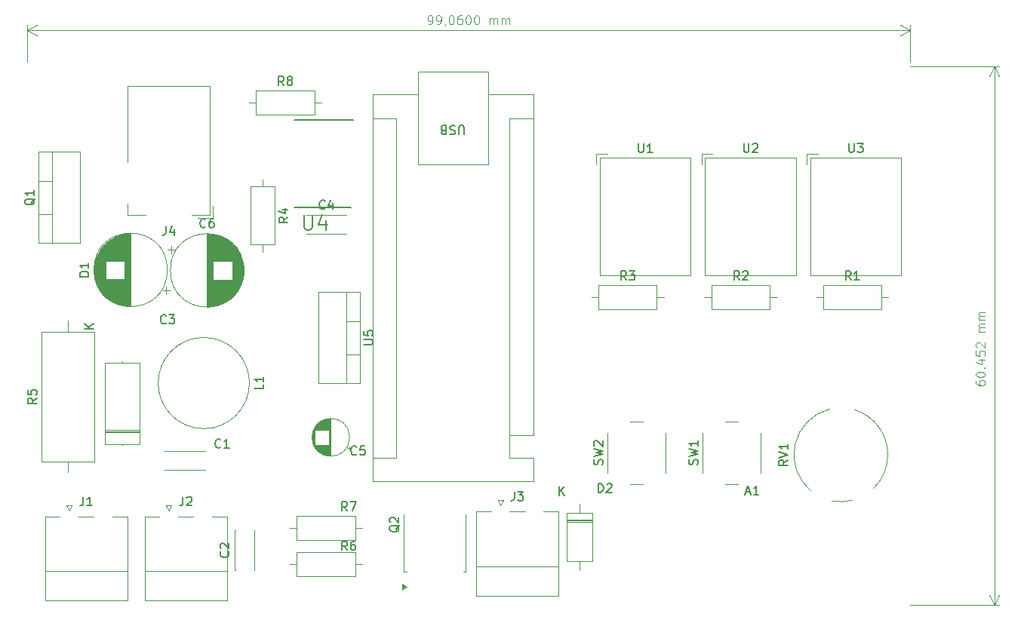
<source format=gbr>
%TF.GenerationSoftware,KiCad,Pcbnew,8.0.8*%
%TF.CreationDate,2025-02-27T09:53:06+01:00*%
%TF.ProjectId,nebulizer,6e656275-6c69-47a6-9572-2e6b69636164,rev?*%
%TF.SameCoordinates,Original*%
%TF.FileFunction,Legend,Top*%
%TF.FilePolarity,Positive*%
%FSLAX46Y46*%
G04 Gerber Fmt 4.6, Leading zero omitted, Abs format (unit mm)*
G04 Created by KiCad (PCBNEW 8.0.8) date 2025-02-27 09:53:06*
%MOMM*%
%LPD*%
G01*
G04 APERTURE LIST*
%ADD10C,0.100000*%
%ADD11C,0.150000*%
%ADD12C,0.120000*%
%ADD13C,0.152400*%
G04 APERTURE END LIST*
D10*
X77010191Y-15613420D02*
X77200667Y-15613420D01*
X77200667Y-15613420D02*
X77295905Y-15565801D01*
X77295905Y-15565801D02*
X77343524Y-15518181D01*
X77343524Y-15518181D02*
X77438762Y-15375324D01*
X77438762Y-15375324D02*
X77486381Y-15184848D01*
X77486381Y-15184848D02*
X77486381Y-14803896D01*
X77486381Y-14803896D02*
X77438762Y-14708658D01*
X77438762Y-14708658D02*
X77391143Y-14661039D01*
X77391143Y-14661039D02*
X77295905Y-14613420D01*
X77295905Y-14613420D02*
X77105429Y-14613420D01*
X77105429Y-14613420D02*
X77010191Y-14661039D01*
X77010191Y-14661039D02*
X76962572Y-14708658D01*
X76962572Y-14708658D02*
X76914953Y-14803896D01*
X76914953Y-14803896D02*
X76914953Y-15041991D01*
X76914953Y-15041991D02*
X76962572Y-15137229D01*
X76962572Y-15137229D02*
X77010191Y-15184848D01*
X77010191Y-15184848D02*
X77105429Y-15232467D01*
X77105429Y-15232467D02*
X77295905Y-15232467D01*
X77295905Y-15232467D02*
X77391143Y-15184848D01*
X77391143Y-15184848D02*
X77438762Y-15137229D01*
X77438762Y-15137229D02*
X77486381Y-15041991D01*
X77962572Y-15613420D02*
X78153048Y-15613420D01*
X78153048Y-15613420D02*
X78248286Y-15565801D01*
X78248286Y-15565801D02*
X78295905Y-15518181D01*
X78295905Y-15518181D02*
X78391143Y-15375324D01*
X78391143Y-15375324D02*
X78438762Y-15184848D01*
X78438762Y-15184848D02*
X78438762Y-14803896D01*
X78438762Y-14803896D02*
X78391143Y-14708658D01*
X78391143Y-14708658D02*
X78343524Y-14661039D01*
X78343524Y-14661039D02*
X78248286Y-14613420D01*
X78248286Y-14613420D02*
X78057810Y-14613420D01*
X78057810Y-14613420D02*
X77962572Y-14661039D01*
X77962572Y-14661039D02*
X77914953Y-14708658D01*
X77914953Y-14708658D02*
X77867334Y-14803896D01*
X77867334Y-14803896D02*
X77867334Y-15041991D01*
X77867334Y-15041991D02*
X77914953Y-15137229D01*
X77914953Y-15137229D02*
X77962572Y-15184848D01*
X77962572Y-15184848D02*
X78057810Y-15232467D01*
X78057810Y-15232467D02*
X78248286Y-15232467D01*
X78248286Y-15232467D02*
X78343524Y-15184848D01*
X78343524Y-15184848D02*
X78391143Y-15137229D01*
X78391143Y-15137229D02*
X78438762Y-15041991D01*
X78914953Y-15565801D02*
X78914953Y-15613420D01*
X78914953Y-15613420D02*
X78867334Y-15708658D01*
X78867334Y-15708658D02*
X78819715Y-15756277D01*
X79534000Y-14613420D02*
X79629238Y-14613420D01*
X79629238Y-14613420D02*
X79724476Y-14661039D01*
X79724476Y-14661039D02*
X79772095Y-14708658D01*
X79772095Y-14708658D02*
X79819714Y-14803896D01*
X79819714Y-14803896D02*
X79867333Y-14994372D01*
X79867333Y-14994372D02*
X79867333Y-15232467D01*
X79867333Y-15232467D02*
X79819714Y-15422943D01*
X79819714Y-15422943D02*
X79772095Y-15518181D01*
X79772095Y-15518181D02*
X79724476Y-15565801D01*
X79724476Y-15565801D02*
X79629238Y-15613420D01*
X79629238Y-15613420D02*
X79534000Y-15613420D01*
X79534000Y-15613420D02*
X79438762Y-15565801D01*
X79438762Y-15565801D02*
X79391143Y-15518181D01*
X79391143Y-15518181D02*
X79343524Y-15422943D01*
X79343524Y-15422943D02*
X79295905Y-15232467D01*
X79295905Y-15232467D02*
X79295905Y-14994372D01*
X79295905Y-14994372D02*
X79343524Y-14803896D01*
X79343524Y-14803896D02*
X79391143Y-14708658D01*
X79391143Y-14708658D02*
X79438762Y-14661039D01*
X79438762Y-14661039D02*
X79534000Y-14613420D01*
X80724476Y-14613420D02*
X80534000Y-14613420D01*
X80534000Y-14613420D02*
X80438762Y-14661039D01*
X80438762Y-14661039D02*
X80391143Y-14708658D01*
X80391143Y-14708658D02*
X80295905Y-14851515D01*
X80295905Y-14851515D02*
X80248286Y-15041991D01*
X80248286Y-15041991D02*
X80248286Y-15422943D01*
X80248286Y-15422943D02*
X80295905Y-15518181D01*
X80295905Y-15518181D02*
X80343524Y-15565801D01*
X80343524Y-15565801D02*
X80438762Y-15613420D01*
X80438762Y-15613420D02*
X80629238Y-15613420D01*
X80629238Y-15613420D02*
X80724476Y-15565801D01*
X80724476Y-15565801D02*
X80772095Y-15518181D01*
X80772095Y-15518181D02*
X80819714Y-15422943D01*
X80819714Y-15422943D02*
X80819714Y-15184848D01*
X80819714Y-15184848D02*
X80772095Y-15089610D01*
X80772095Y-15089610D02*
X80724476Y-15041991D01*
X80724476Y-15041991D02*
X80629238Y-14994372D01*
X80629238Y-14994372D02*
X80438762Y-14994372D01*
X80438762Y-14994372D02*
X80343524Y-15041991D01*
X80343524Y-15041991D02*
X80295905Y-15089610D01*
X80295905Y-15089610D02*
X80248286Y-15184848D01*
X81438762Y-14613420D02*
X81534000Y-14613420D01*
X81534000Y-14613420D02*
X81629238Y-14661039D01*
X81629238Y-14661039D02*
X81676857Y-14708658D01*
X81676857Y-14708658D02*
X81724476Y-14803896D01*
X81724476Y-14803896D02*
X81772095Y-14994372D01*
X81772095Y-14994372D02*
X81772095Y-15232467D01*
X81772095Y-15232467D02*
X81724476Y-15422943D01*
X81724476Y-15422943D02*
X81676857Y-15518181D01*
X81676857Y-15518181D02*
X81629238Y-15565801D01*
X81629238Y-15565801D02*
X81534000Y-15613420D01*
X81534000Y-15613420D02*
X81438762Y-15613420D01*
X81438762Y-15613420D02*
X81343524Y-15565801D01*
X81343524Y-15565801D02*
X81295905Y-15518181D01*
X81295905Y-15518181D02*
X81248286Y-15422943D01*
X81248286Y-15422943D02*
X81200667Y-15232467D01*
X81200667Y-15232467D02*
X81200667Y-14994372D01*
X81200667Y-14994372D02*
X81248286Y-14803896D01*
X81248286Y-14803896D02*
X81295905Y-14708658D01*
X81295905Y-14708658D02*
X81343524Y-14661039D01*
X81343524Y-14661039D02*
X81438762Y-14613420D01*
X82391143Y-14613420D02*
X82486381Y-14613420D01*
X82486381Y-14613420D02*
X82581619Y-14661039D01*
X82581619Y-14661039D02*
X82629238Y-14708658D01*
X82629238Y-14708658D02*
X82676857Y-14803896D01*
X82676857Y-14803896D02*
X82724476Y-14994372D01*
X82724476Y-14994372D02*
X82724476Y-15232467D01*
X82724476Y-15232467D02*
X82676857Y-15422943D01*
X82676857Y-15422943D02*
X82629238Y-15518181D01*
X82629238Y-15518181D02*
X82581619Y-15565801D01*
X82581619Y-15565801D02*
X82486381Y-15613420D01*
X82486381Y-15613420D02*
X82391143Y-15613420D01*
X82391143Y-15613420D02*
X82295905Y-15565801D01*
X82295905Y-15565801D02*
X82248286Y-15518181D01*
X82248286Y-15518181D02*
X82200667Y-15422943D01*
X82200667Y-15422943D02*
X82153048Y-15232467D01*
X82153048Y-15232467D02*
X82153048Y-14994372D01*
X82153048Y-14994372D02*
X82200667Y-14803896D01*
X82200667Y-14803896D02*
X82248286Y-14708658D01*
X82248286Y-14708658D02*
X82295905Y-14661039D01*
X82295905Y-14661039D02*
X82391143Y-14613420D01*
X83914953Y-15613420D02*
X83914953Y-14946753D01*
X83914953Y-15041991D02*
X83962572Y-14994372D01*
X83962572Y-14994372D02*
X84057810Y-14946753D01*
X84057810Y-14946753D02*
X84200667Y-14946753D01*
X84200667Y-14946753D02*
X84295905Y-14994372D01*
X84295905Y-14994372D02*
X84343524Y-15089610D01*
X84343524Y-15089610D02*
X84343524Y-15613420D01*
X84343524Y-15089610D02*
X84391143Y-14994372D01*
X84391143Y-14994372D02*
X84486381Y-14946753D01*
X84486381Y-14946753D02*
X84629238Y-14946753D01*
X84629238Y-14946753D02*
X84724477Y-14994372D01*
X84724477Y-14994372D02*
X84772096Y-15089610D01*
X84772096Y-15089610D02*
X84772096Y-15613420D01*
X85248286Y-15613420D02*
X85248286Y-14946753D01*
X85248286Y-15041991D02*
X85295905Y-14994372D01*
X85295905Y-14994372D02*
X85391143Y-14946753D01*
X85391143Y-14946753D02*
X85534000Y-14946753D01*
X85534000Y-14946753D02*
X85629238Y-14994372D01*
X85629238Y-14994372D02*
X85676857Y-15089610D01*
X85676857Y-15089610D02*
X85676857Y-15613420D01*
X85676857Y-15089610D02*
X85724476Y-14994372D01*
X85724476Y-14994372D02*
X85819714Y-14946753D01*
X85819714Y-14946753D02*
X85962571Y-14946753D01*
X85962571Y-14946753D02*
X86057810Y-14994372D01*
X86057810Y-14994372D02*
X86105429Y-15089610D01*
X86105429Y-15089610D02*
X86105429Y-15613420D01*
X131064000Y-19820000D02*
X131064000Y-15669581D01*
X32004000Y-19820000D02*
X32004000Y-15669581D01*
X131064000Y-16256001D02*
X32004000Y-16256001D01*
X131064000Y-16256001D02*
X32004000Y-16256001D01*
X131064000Y-16256001D02*
X129937496Y-16842422D01*
X131064000Y-16256001D02*
X129937496Y-15669580D01*
X32004000Y-16256001D02*
X33130504Y-15669580D01*
X32004000Y-16256001D02*
X33130504Y-16842422D01*
X138457419Y-55666666D02*
X138457419Y-55857142D01*
X138457419Y-55857142D02*
X138505038Y-55952380D01*
X138505038Y-55952380D02*
X138552657Y-55999999D01*
X138552657Y-55999999D02*
X138695514Y-56095237D01*
X138695514Y-56095237D02*
X138885990Y-56142856D01*
X138885990Y-56142856D02*
X139266942Y-56142856D01*
X139266942Y-56142856D02*
X139362180Y-56095237D01*
X139362180Y-56095237D02*
X139409800Y-56047618D01*
X139409800Y-56047618D02*
X139457419Y-55952380D01*
X139457419Y-55952380D02*
X139457419Y-55761904D01*
X139457419Y-55761904D02*
X139409800Y-55666666D01*
X139409800Y-55666666D02*
X139362180Y-55619047D01*
X139362180Y-55619047D02*
X139266942Y-55571428D01*
X139266942Y-55571428D02*
X139028847Y-55571428D01*
X139028847Y-55571428D02*
X138933609Y-55619047D01*
X138933609Y-55619047D02*
X138885990Y-55666666D01*
X138885990Y-55666666D02*
X138838371Y-55761904D01*
X138838371Y-55761904D02*
X138838371Y-55952380D01*
X138838371Y-55952380D02*
X138885990Y-56047618D01*
X138885990Y-56047618D02*
X138933609Y-56095237D01*
X138933609Y-56095237D02*
X139028847Y-56142856D01*
X138457419Y-54952380D02*
X138457419Y-54857142D01*
X138457419Y-54857142D02*
X138505038Y-54761904D01*
X138505038Y-54761904D02*
X138552657Y-54714285D01*
X138552657Y-54714285D02*
X138647895Y-54666666D01*
X138647895Y-54666666D02*
X138838371Y-54619047D01*
X138838371Y-54619047D02*
X139076466Y-54619047D01*
X139076466Y-54619047D02*
X139266942Y-54666666D01*
X139266942Y-54666666D02*
X139362180Y-54714285D01*
X139362180Y-54714285D02*
X139409800Y-54761904D01*
X139409800Y-54761904D02*
X139457419Y-54857142D01*
X139457419Y-54857142D02*
X139457419Y-54952380D01*
X139457419Y-54952380D02*
X139409800Y-55047618D01*
X139409800Y-55047618D02*
X139362180Y-55095237D01*
X139362180Y-55095237D02*
X139266942Y-55142856D01*
X139266942Y-55142856D02*
X139076466Y-55190475D01*
X139076466Y-55190475D02*
X138838371Y-55190475D01*
X138838371Y-55190475D02*
X138647895Y-55142856D01*
X138647895Y-55142856D02*
X138552657Y-55095237D01*
X138552657Y-55095237D02*
X138505038Y-55047618D01*
X138505038Y-55047618D02*
X138457419Y-54952380D01*
X139362180Y-54190475D02*
X139409800Y-54142856D01*
X139409800Y-54142856D02*
X139457419Y-54190475D01*
X139457419Y-54190475D02*
X139409800Y-54238094D01*
X139409800Y-54238094D02*
X139362180Y-54190475D01*
X139362180Y-54190475D02*
X139457419Y-54190475D01*
X138790752Y-53285714D02*
X139457419Y-53285714D01*
X138409800Y-53523809D02*
X139124085Y-53761904D01*
X139124085Y-53761904D02*
X139124085Y-53142857D01*
X138457419Y-52285714D02*
X138457419Y-52761904D01*
X138457419Y-52761904D02*
X138933609Y-52809523D01*
X138933609Y-52809523D02*
X138885990Y-52761904D01*
X138885990Y-52761904D02*
X138838371Y-52666666D01*
X138838371Y-52666666D02*
X138838371Y-52428571D01*
X138838371Y-52428571D02*
X138885990Y-52333333D01*
X138885990Y-52333333D02*
X138933609Y-52285714D01*
X138933609Y-52285714D02*
X139028847Y-52238095D01*
X139028847Y-52238095D02*
X139266942Y-52238095D01*
X139266942Y-52238095D02*
X139362180Y-52285714D01*
X139362180Y-52285714D02*
X139409800Y-52333333D01*
X139409800Y-52333333D02*
X139457419Y-52428571D01*
X139457419Y-52428571D02*
X139457419Y-52666666D01*
X139457419Y-52666666D02*
X139409800Y-52761904D01*
X139409800Y-52761904D02*
X139362180Y-52809523D01*
X138552657Y-51857142D02*
X138505038Y-51809523D01*
X138505038Y-51809523D02*
X138457419Y-51714285D01*
X138457419Y-51714285D02*
X138457419Y-51476190D01*
X138457419Y-51476190D02*
X138505038Y-51380952D01*
X138505038Y-51380952D02*
X138552657Y-51333333D01*
X138552657Y-51333333D02*
X138647895Y-51285714D01*
X138647895Y-51285714D02*
X138743133Y-51285714D01*
X138743133Y-51285714D02*
X138885990Y-51333333D01*
X138885990Y-51333333D02*
X139457419Y-51904761D01*
X139457419Y-51904761D02*
X139457419Y-51285714D01*
X139457419Y-50095237D02*
X138790752Y-50095237D01*
X138885990Y-50095237D02*
X138838371Y-50047618D01*
X138838371Y-50047618D02*
X138790752Y-49952380D01*
X138790752Y-49952380D02*
X138790752Y-49809523D01*
X138790752Y-49809523D02*
X138838371Y-49714285D01*
X138838371Y-49714285D02*
X138933609Y-49666666D01*
X138933609Y-49666666D02*
X139457419Y-49666666D01*
X138933609Y-49666666D02*
X138838371Y-49619047D01*
X138838371Y-49619047D02*
X138790752Y-49523809D01*
X138790752Y-49523809D02*
X138790752Y-49380952D01*
X138790752Y-49380952D02*
X138838371Y-49285713D01*
X138838371Y-49285713D02*
X138933609Y-49238094D01*
X138933609Y-49238094D02*
X139457419Y-49238094D01*
X139457419Y-48761904D02*
X138790752Y-48761904D01*
X138885990Y-48761904D02*
X138838371Y-48714285D01*
X138838371Y-48714285D02*
X138790752Y-48619047D01*
X138790752Y-48619047D02*
X138790752Y-48476190D01*
X138790752Y-48476190D02*
X138838371Y-48380952D01*
X138838371Y-48380952D02*
X138933609Y-48333333D01*
X138933609Y-48333333D02*
X139457419Y-48333333D01*
X138933609Y-48333333D02*
X138838371Y-48285714D01*
X138838371Y-48285714D02*
X138790752Y-48190476D01*
X138790752Y-48190476D02*
X138790752Y-48047619D01*
X138790752Y-48047619D02*
X138838371Y-47952380D01*
X138838371Y-47952380D02*
X138933609Y-47904761D01*
X138933609Y-47904761D02*
X139457419Y-47904761D01*
X131064000Y-20320000D02*
X141086420Y-20320000D01*
X131064000Y-80772000D02*
X141086420Y-80772000D01*
X140500000Y-20320000D02*
X140500000Y-80772000D01*
X140500000Y-20320000D02*
X140500000Y-80772000D01*
X140500000Y-20320000D02*
X141086421Y-21446504D01*
X140500000Y-20320000D02*
X139913579Y-21446504D01*
X140500000Y-80772000D02*
X139913579Y-79645496D01*
X140500000Y-80772000D02*
X141086421Y-79645496D01*
D11*
X117348819Y-64523238D02*
X116872628Y-64856571D01*
X117348819Y-65094666D02*
X116348819Y-65094666D01*
X116348819Y-65094666D02*
X116348819Y-64713714D01*
X116348819Y-64713714D02*
X116396438Y-64618476D01*
X116396438Y-64618476D02*
X116444057Y-64570857D01*
X116444057Y-64570857D02*
X116539295Y-64523238D01*
X116539295Y-64523238D02*
X116682152Y-64523238D01*
X116682152Y-64523238D02*
X116777390Y-64570857D01*
X116777390Y-64570857D02*
X116825009Y-64618476D01*
X116825009Y-64618476D02*
X116872628Y-64713714D01*
X116872628Y-64713714D02*
X116872628Y-65094666D01*
X116348819Y-64237523D02*
X117348819Y-63904190D01*
X117348819Y-63904190D02*
X116348819Y-63570857D01*
X117348819Y-62713714D02*
X117348819Y-63285142D01*
X117348819Y-62999428D02*
X116348819Y-62999428D01*
X116348819Y-62999428D02*
X116491676Y-63094666D01*
X116491676Y-63094666D02*
X116586914Y-63189904D01*
X116586914Y-63189904D02*
X116634533Y-63285142D01*
X38290666Y-68640819D02*
X38290666Y-69355104D01*
X38290666Y-69355104D02*
X38243047Y-69497961D01*
X38243047Y-69497961D02*
X38147809Y-69593200D01*
X38147809Y-69593200D02*
X38004952Y-69640819D01*
X38004952Y-69640819D02*
X37909714Y-69640819D01*
X39290666Y-69640819D02*
X38719238Y-69640819D01*
X39004952Y-69640819D02*
X39004952Y-68640819D01*
X39004952Y-68640819D02*
X38909714Y-68783676D01*
X38909714Y-68783676D02*
X38814476Y-68878914D01*
X38814476Y-68878914D02*
X38719238Y-68926533D01*
X111913333Y-44314819D02*
X111580000Y-43838628D01*
X111341905Y-44314819D02*
X111341905Y-43314819D01*
X111341905Y-43314819D02*
X111722857Y-43314819D01*
X111722857Y-43314819D02*
X111818095Y-43362438D01*
X111818095Y-43362438D02*
X111865714Y-43410057D01*
X111865714Y-43410057D02*
X111913333Y-43505295D01*
X111913333Y-43505295D02*
X111913333Y-43648152D01*
X111913333Y-43648152D02*
X111865714Y-43743390D01*
X111865714Y-43743390D02*
X111818095Y-43791009D01*
X111818095Y-43791009D02*
X111722857Y-43838628D01*
X111722857Y-43838628D02*
X111341905Y-43838628D01*
X112294286Y-43410057D02*
X112341905Y-43362438D01*
X112341905Y-43362438D02*
X112437143Y-43314819D01*
X112437143Y-43314819D02*
X112675238Y-43314819D01*
X112675238Y-43314819D02*
X112770476Y-43362438D01*
X112770476Y-43362438D02*
X112818095Y-43410057D01*
X112818095Y-43410057D02*
X112865714Y-43505295D01*
X112865714Y-43505295D02*
X112865714Y-43600533D01*
X112865714Y-43600533D02*
X112818095Y-43743390D01*
X112818095Y-43743390D02*
X112246667Y-44314819D01*
X112246667Y-44314819D02*
X112865714Y-44314819D01*
X100584095Y-28984819D02*
X100584095Y-29794342D01*
X100584095Y-29794342D02*
X100631714Y-29889580D01*
X100631714Y-29889580D02*
X100679333Y-29937200D01*
X100679333Y-29937200D02*
X100774571Y-29984819D01*
X100774571Y-29984819D02*
X100965047Y-29984819D01*
X100965047Y-29984819D02*
X101060285Y-29937200D01*
X101060285Y-29937200D02*
X101107904Y-29889580D01*
X101107904Y-29889580D02*
X101155523Y-29794342D01*
X101155523Y-29794342D02*
X101155523Y-28984819D01*
X102155523Y-29984819D02*
X101584095Y-29984819D01*
X101869809Y-29984819D02*
X101869809Y-28984819D01*
X101869809Y-28984819D02*
X101774571Y-29127676D01*
X101774571Y-29127676D02*
X101679333Y-29222914D01*
X101679333Y-29222914D02*
X101584095Y-29270533D01*
X49460666Y-68640819D02*
X49460666Y-69355104D01*
X49460666Y-69355104D02*
X49413047Y-69497961D01*
X49413047Y-69497961D02*
X49317809Y-69593200D01*
X49317809Y-69593200D02*
X49174952Y-69640819D01*
X49174952Y-69640819D02*
X49079714Y-69640819D01*
X49889238Y-68736057D02*
X49936857Y-68688438D01*
X49936857Y-68688438D02*
X50032095Y-68640819D01*
X50032095Y-68640819D02*
X50270190Y-68640819D01*
X50270190Y-68640819D02*
X50365428Y-68688438D01*
X50365428Y-68688438D02*
X50413047Y-68736057D01*
X50413047Y-68736057D02*
X50460666Y-68831295D01*
X50460666Y-68831295D02*
X50460666Y-68926533D01*
X50460666Y-68926533D02*
X50413047Y-69069390D01*
X50413047Y-69069390D02*
X49841619Y-69640819D01*
X49841619Y-69640819D02*
X50460666Y-69640819D01*
X53699333Y-63063580D02*
X53651714Y-63111200D01*
X53651714Y-63111200D02*
X53508857Y-63158819D01*
X53508857Y-63158819D02*
X53413619Y-63158819D01*
X53413619Y-63158819D02*
X53270762Y-63111200D01*
X53270762Y-63111200D02*
X53175524Y-63015961D01*
X53175524Y-63015961D02*
X53127905Y-62920723D01*
X53127905Y-62920723D02*
X53080286Y-62730247D01*
X53080286Y-62730247D02*
X53080286Y-62587390D01*
X53080286Y-62587390D02*
X53127905Y-62396914D01*
X53127905Y-62396914D02*
X53175524Y-62301676D01*
X53175524Y-62301676D02*
X53270762Y-62206438D01*
X53270762Y-62206438D02*
X53413619Y-62158819D01*
X53413619Y-62158819D02*
X53508857Y-62158819D01*
X53508857Y-62158819D02*
X53651714Y-62206438D01*
X53651714Y-62206438D02*
X53699333Y-62254057D01*
X54651714Y-63158819D02*
X54080286Y-63158819D01*
X54366000Y-63158819D02*
X54366000Y-62158819D01*
X54366000Y-62158819D02*
X54270762Y-62301676D01*
X54270762Y-62301676D02*
X54175524Y-62396914D01*
X54175524Y-62396914D02*
X54080286Y-62444533D01*
X69764819Y-51561904D02*
X70574342Y-51561904D01*
X70574342Y-51561904D02*
X70669580Y-51514285D01*
X70669580Y-51514285D02*
X70717200Y-51466666D01*
X70717200Y-51466666D02*
X70764819Y-51371428D01*
X70764819Y-51371428D02*
X70764819Y-51180952D01*
X70764819Y-51180952D02*
X70717200Y-51085714D01*
X70717200Y-51085714D02*
X70669580Y-51038095D01*
X70669580Y-51038095D02*
X70574342Y-50990476D01*
X70574342Y-50990476D02*
X69764819Y-50990476D01*
X69764819Y-50038095D02*
X69764819Y-50514285D01*
X69764819Y-50514285D02*
X70241009Y-50561904D01*
X70241009Y-50561904D02*
X70193390Y-50514285D01*
X70193390Y-50514285D02*
X70145771Y-50419047D01*
X70145771Y-50419047D02*
X70145771Y-50180952D01*
X70145771Y-50180952D02*
X70193390Y-50085714D01*
X70193390Y-50085714D02*
X70241009Y-50038095D01*
X70241009Y-50038095D02*
X70336247Y-49990476D01*
X70336247Y-49990476D02*
X70574342Y-49990476D01*
X70574342Y-49990476D02*
X70669580Y-50038095D01*
X70669580Y-50038095D02*
X70717200Y-50085714D01*
X70717200Y-50085714D02*
X70764819Y-50180952D01*
X70764819Y-50180952D02*
X70764819Y-50419047D01*
X70764819Y-50419047D02*
X70717200Y-50514285D01*
X70717200Y-50514285D02*
X70669580Y-50561904D01*
X67904333Y-74636819D02*
X67571000Y-74160628D01*
X67332905Y-74636819D02*
X67332905Y-73636819D01*
X67332905Y-73636819D02*
X67713857Y-73636819D01*
X67713857Y-73636819D02*
X67809095Y-73684438D01*
X67809095Y-73684438D02*
X67856714Y-73732057D01*
X67856714Y-73732057D02*
X67904333Y-73827295D01*
X67904333Y-73827295D02*
X67904333Y-73970152D01*
X67904333Y-73970152D02*
X67856714Y-74065390D01*
X67856714Y-74065390D02*
X67809095Y-74113009D01*
X67809095Y-74113009D02*
X67713857Y-74160628D01*
X67713857Y-74160628D02*
X67332905Y-74160628D01*
X68761476Y-73636819D02*
X68571000Y-73636819D01*
X68571000Y-73636819D02*
X68475762Y-73684438D01*
X68475762Y-73684438D02*
X68428143Y-73732057D01*
X68428143Y-73732057D02*
X68332905Y-73874914D01*
X68332905Y-73874914D02*
X68285286Y-74065390D01*
X68285286Y-74065390D02*
X68285286Y-74446342D01*
X68285286Y-74446342D02*
X68332905Y-74541580D01*
X68332905Y-74541580D02*
X68380524Y-74589200D01*
X68380524Y-74589200D02*
X68475762Y-74636819D01*
X68475762Y-74636819D02*
X68666238Y-74636819D01*
X68666238Y-74636819D02*
X68761476Y-74589200D01*
X68761476Y-74589200D02*
X68809095Y-74541580D01*
X68809095Y-74541580D02*
X68856714Y-74446342D01*
X68856714Y-74446342D02*
X68856714Y-74208247D01*
X68856714Y-74208247D02*
X68809095Y-74113009D01*
X68809095Y-74113009D02*
X68761476Y-74065390D01*
X68761476Y-74065390D02*
X68666238Y-74017771D01*
X68666238Y-74017771D02*
X68475762Y-74017771D01*
X68475762Y-74017771D02*
X68380524Y-74065390D01*
X68380524Y-74065390D02*
X68332905Y-74113009D01*
X68332905Y-74113009D02*
X68285286Y-74208247D01*
X47585333Y-49127580D02*
X47537714Y-49175200D01*
X47537714Y-49175200D02*
X47394857Y-49222819D01*
X47394857Y-49222819D02*
X47299619Y-49222819D01*
X47299619Y-49222819D02*
X47156762Y-49175200D01*
X47156762Y-49175200D02*
X47061524Y-49079961D01*
X47061524Y-49079961D02*
X47013905Y-48984723D01*
X47013905Y-48984723D02*
X46966286Y-48794247D01*
X46966286Y-48794247D02*
X46966286Y-48651390D01*
X46966286Y-48651390D02*
X47013905Y-48460914D01*
X47013905Y-48460914D02*
X47061524Y-48365676D01*
X47061524Y-48365676D02*
X47156762Y-48270438D01*
X47156762Y-48270438D02*
X47299619Y-48222819D01*
X47299619Y-48222819D02*
X47394857Y-48222819D01*
X47394857Y-48222819D02*
X47537714Y-48270438D01*
X47537714Y-48270438D02*
X47585333Y-48318057D01*
X47918667Y-48222819D02*
X48537714Y-48222819D01*
X48537714Y-48222819D02*
X48204381Y-48603771D01*
X48204381Y-48603771D02*
X48347238Y-48603771D01*
X48347238Y-48603771D02*
X48442476Y-48651390D01*
X48442476Y-48651390D02*
X48490095Y-48699009D01*
X48490095Y-48699009D02*
X48537714Y-48794247D01*
X48537714Y-48794247D02*
X48537714Y-49032342D01*
X48537714Y-49032342D02*
X48490095Y-49127580D01*
X48490095Y-49127580D02*
X48442476Y-49175200D01*
X48442476Y-49175200D02*
X48347238Y-49222819D01*
X48347238Y-49222819D02*
X48061524Y-49222819D01*
X48061524Y-49222819D02*
X47966286Y-49175200D01*
X47966286Y-49175200D02*
X47918667Y-49127580D01*
X96071905Y-68156819D02*
X96071905Y-67156819D01*
X96071905Y-67156819D02*
X96310000Y-67156819D01*
X96310000Y-67156819D02*
X96452857Y-67204438D01*
X96452857Y-67204438D02*
X96548095Y-67299676D01*
X96548095Y-67299676D02*
X96595714Y-67394914D01*
X96595714Y-67394914D02*
X96643333Y-67585390D01*
X96643333Y-67585390D02*
X96643333Y-67728247D01*
X96643333Y-67728247D02*
X96595714Y-67918723D01*
X96595714Y-67918723D02*
X96548095Y-68013961D01*
X96548095Y-68013961D02*
X96452857Y-68109200D01*
X96452857Y-68109200D02*
X96310000Y-68156819D01*
X96310000Y-68156819D02*
X96071905Y-68156819D01*
X97024286Y-67252057D02*
X97071905Y-67204438D01*
X97071905Y-67204438D02*
X97167143Y-67156819D01*
X97167143Y-67156819D02*
X97405238Y-67156819D01*
X97405238Y-67156819D02*
X97500476Y-67204438D01*
X97500476Y-67204438D02*
X97548095Y-67252057D01*
X97548095Y-67252057D02*
X97595714Y-67347295D01*
X97595714Y-67347295D02*
X97595714Y-67442533D01*
X97595714Y-67442533D02*
X97548095Y-67585390D01*
X97548095Y-67585390D02*
X96976667Y-68156819D01*
X96976667Y-68156819D02*
X97595714Y-68156819D01*
X91686095Y-68526819D02*
X91686095Y-67526819D01*
X92257523Y-68526819D02*
X91828952Y-67955390D01*
X92257523Y-67526819D02*
X91686095Y-68098247D01*
X60793333Y-22468819D02*
X60460000Y-21992628D01*
X60221905Y-22468819D02*
X60221905Y-21468819D01*
X60221905Y-21468819D02*
X60602857Y-21468819D01*
X60602857Y-21468819D02*
X60698095Y-21516438D01*
X60698095Y-21516438D02*
X60745714Y-21564057D01*
X60745714Y-21564057D02*
X60793333Y-21659295D01*
X60793333Y-21659295D02*
X60793333Y-21802152D01*
X60793333Y-21802152D02*
X60745714Y-21897390D01*
X60745714Y-21897390D02*
X60698095Y-21945009D01*
X60698095Y-21945009D02*
X60602857Y-21992628D01*
X60602857Y-21992628D02*
X60221905Y-21992628D01*
X61364762Y-21897390D02*
X61269524Y-21849771D01*
X61269524Y-21849771D02*
X61221905Y-21802152D01*
X61221905Y-21802152D02*
X61174286Y-21706914D01*
X61174286Y-21706914D02*
X61174286Y-21659295D01*
X61174286Y-21659295D02*
X61221905Y-21564057D01*
X61221905Y-21564057D02*
X61269524Y-21516438D01*
X61269524Y-21516438D02*
X61364762Y-21468819D01*
X61364762Y-21468819D02*
X61555238Y-21468819D01*
X61555238Y-21468819D02*
X61650476Y-21516438D01*
X61650476Y-21516438D02*
X61698095Y-21564057D01*
X61698095Y-21564057D02*
X61745714Y-21659295D01*
X61745714Y-21659295D02*
X61745714Y-21706914D01*
X61745714Y-21706914D02*
X61698095Y-21802152D01*
X61698095Y-21802152D02*
X61650476Y-21849771D01*
X61650476Y-21849771D02*
X61555238Y-21897390D01*
X61555238Y-21897390D02*
X61364762Y-21897390D01*
X61364762Y-21897390D02*
X61269524Y-21945009D01*
X61269524Y-21945009D02*
X61221905Y-21992628D01*
X61221905Y-21992628D02*
X61174286Y-22087866D01*
X61174286Y-22087866D02*
X61174286Y-22278342D01*
X61174286Y-22278342D02*
X61221905Y-22373580D01*
X61221905Y-22373580D02*
X61269524Y-22421200D01*
X61269524Y-22421200D02*
X61364762Y-22468819D01*
X61364762Y-22468819D02*
X61555238Y-22468819D01*
X61555238Y-22468819D02*
X61650476Y-22421200D01*
X61650476Y-22421200D02*
X61698095Y-22373580D01*
X61698095Y-22373580D02*
X61745714Y-22278342D01*
X61745714Y-22278342D02*
X61745714Y-22087866D01*
X61745714Y-22087866D02*
X61698095Y-21992628D01*
X61698095Y-21992628D02*
X61650476Y-21945009D01*
X61650476Y-21945009D02*
X61555238Y-21897390D01*
X112641714Y-68125604D02*
X113117904Y-68125604D01*
X112546476Y-68411319D02*
X112879809Y-67411319D01*
X112879809Y-67411319D02*
X113213142Y-68411319D01*
X114070285Y-68411319D02*
X113498857Y-68411319D01*
X113784571Y-68411319D02*
X113784571Y-67411319D01*
X113784571Y-67411319D02*
X113689333Y-67554176D01*
X113689333Y-67554176D02*
X113594095Y-67649414D01*
X113594095Y-67649414D02*
X113498857Y-67697033D01*
X81017904Y-27977180D02*
X81017904Y-27167657D01*
X81017904Y-27167657D02*
X80970285Y-27072419D01*
X80970285Y-27072419D02*
X80922666Y-27024800D01*
X80922666Y-27024800D02*
X80827428Y-26977180D01*
X80827428Y-26977180D02*
X80636952Y-26977180D01*
X80636952Y-26977180D02*
X80541714Y-27024800D01*
X80541714Y-27024800D02*
X80494095Y-27072419D01*
X80494095Y-27072419D02*
X80446476Y-27167657D01*
X80446476Y-27167657D02*
X80446476Y-27977180D01*
X80017904Y-27024800D02*
X79875047Y-26977180D01*
X79875047Y-26977180D02*
X79636952Y-26977180D01*
X79636952Y-26977180D02*
X79541714Y-27024800D01*
X79541714Y-27024800D02*
X79494095Y-27072419D01*
X79494095Y-27072419D02*
X79446476Y-27167657D01*
X79446476Y-27167657D02*
X79446476Y-27262895D01*
X79446476Y-27262895D02*
X79494095Y-27358133D01*
X79494095Y-27358133D02*
X79541714Y-27405752D01*
X79541714Y-27405752D02*
X79636952Y-27453371D01*
X79636952Y-27453371D02*
X79827428Y-27500990D01*
X79827428Y-27500990D02*
X79922666Y-27548609D01*
X79922666Y-27548609D02*
X79970285Y-27596228D01*
X79970285Y-27596228D02*
X80017904Y-27691466D01*
X80017904Y-27691466D02*
X80017904Y-27786704D01*
X80017904Y-27786704D02*
X79970285Y-27881942D01*
X79970285Y-27881942D02*
X79922666Y-27929561D01*
X79922666Y-27929561D02*
X79827428Y-27977180D01*
X79827428Y-27977180D02*
X79589333Y-27977180D01*
X79589333Y-27977180D02*
X79446476Y-27929561D01*
X78684571Y-27500990D02*
X78541714Y-27453371D01*
X78541714Y-27453371D02*
X78494095Y-27405752D01*
X78494095Y-27405752D02*
X78446476Y-27310514D01*
X78446476Y-27310514D02*
X78446476Y-27167657D01*
X78446476Y-27167657D02*
X78494095Y-27072419D01*
X78494095Y-27072419D02*
X78541714Y-27024800D01*
X78541714Y-27024800D02*
X78636952Y-26977180D01*
X78636952Y-26977180D02*
X79017904Y-26977180D01*
X79017904Y-26977180D02*
X79017904Y-27977180D01*
X79017904Y-27977180D02*
X78684571Y-27977180D01*
X78684571Y-27977180D02*
X78589333Y-27929561D01*
X78589333Y-27929561D02*
X78541714Y-27881942D01*
X78541714Y-27881942D02*
X78494095Y-27786704D01*
X78494095Y-27786704D02*
X78494095Y-27691466D01*
X78494095Y-27691466D02*
X78541714Y-27596228D01*
X78541714Y-27596228D02*
X78589333Y-27548609D01*
X78589333Y-27548609D02*
X78684571Y-27500990D01*
X78684571Y-27500990D02*
X79017904Y-27500990D01*
X33060819Y-57570666D02*
X32584628Y-57903999D01*
X33060819Y-58142094D02*
X32060819Y-58142094D01*
X32060819Y-58142094D02*
X32060819Y-57761142D01*
X32060819Y-57761142D02*
X32108438Y-57665904D01*
X32108438Y-57665904D02*
X32156057Y-57618285D01*
X32156057Y-57618285D02*
X32251295Y-57570666D01*
X32251295Y-57570666D02*
X32394152Y-57570666D01*
X32394152Y-57570666D02*
X32489390Y-57618285D01*
X32489390Y-57618285D02*
X32537009Y-57665904D01*
X32537009Y-57665904D02*
X32584628Y-57761142D01*
X32584628Y-57761142D02*
X32584628Y-58142094D01*
X32060819Y-56665904D02*
X32060819Y-57142094D01*
X32060819Y-57142094D02*
X32537009Y-57189713D01*
X32537009Y-57189713D02*
X32489390Y-57142094D01*
X32489390Y-57142094D02*
X32441771Y-57046856D01*
X32441771Y-57046856D02*
X32441771Y-56808761D01*
X32441771Y-56808761D02*
X32489390Y-56713523D01*
X32489390Y-56713523D02*
X32537009Y-56665904D01*
X32537009Y-56665904D02*
X32632247Y-56618285D01*
X32632247Y-56618285D02*
X32870342Y-56618285D01*
X32870342Y-56618285D02*
X32965580Y-56665904D01*
X32965580Y-56665904D02*
X33013200Y-56713523D01*
X33013200Y-56713523D02*
X33060819Y-56808761D01*
X33060819Y-56808761D02*
X33060819Y-57046856D01*
X33060819Y-57046856D02*
X33013200Y-57142094D01*
X33013200Y-57142094D02*
X32965580Y-57189713D01*
X47560666Y-38276819D02*
X47560666Y-38991104D01*
X47560666Y-38991104D02*
X47513047Y-39133961D01*
X47513047Y-39133961D02*
X47417809Y-39229200D01*
X47417809Y-39229200D02*
X47274952Y-39276819D01*
X47274952Y-39276819D02*
X47179714Y-39276819D01*
X48465428Y-38610152D02*
X48465428Y-39276819D01*
X48227333Y-38229200D02*
X47989238Y-38943485D01*
X47989238Y-38943485D02*
X48608285Y-38943485D01*
X124194095Y-28984819D02*
X124194095Y-29794342D01*
X124194095Y-29794342D02*
X124241714Y-29889580D01*
X124241714Y-29889580D02*
X124289333Y-29937200D01*
X124289333Y-29937200D02*
X124384571Y-29984819D01*
X124384571Y-29984819D02*
X124575047Y-29984819D01*
X124575047Y-29984819D02*
X124670285Y-29937200D01*
X124670285Y-29937200D02*
X124717904Y-29889580D01*
X124717904Y-29889580D02*
X124765523Y-29794342D01*
X124765523Y-29794342D02*
X124765523Y-28984819D01*
X125146476Y-28984819D02*
X125765523Y-28984819D01*
X125765523Y-28984819D02*
X125432190Y-29365771D01*
X125432190Y-29365771D02*
X125575047Y-29365771D01*
X125575047Y-29365771D02*
X125670285Y-29413390D01*
X125670285Y-29413390D02*
X125717904Y-29461009D01*
X125717904Y-29461009D02*
X125765523Y-29556247D01*
X125765523Y-29556247D02*
X125765523Y-29794342D01*
X125765523Y-29794342D02*
X125717904Y-29889580D01*
X125717904Y-29889580D02*
X125670285Y-29937200D01*
X125670285Y-29937200D02*
X125575047Y-29984819D01*
X125575047Y-29984819D02*
X125289333Y-29984819D01*
X125289333Y-29984819D02*
X125194095Y-29937200D01*
X125194095Y-29937200D02*
X125146476Y-29889580D01*
X73773057Y-71830238D02*
X73725438Y-71925476D01*
X73725438Y-71925476D02*
X73630200Y-72020714D01*
X73630200Y-72020714D02*
X73487342Y-72163571D01*
X73487342Y-72163571D02*
X73439723Y-72258809D01*
X73439723Y-72258809D02*
X73439723Y-72354047D01*
X73677819Y-72306428D02*
X73630200Y-72401666D01*
X73630200Y-72401666D02*
X73534961Y-72496904D01*
X73534961Y-72496904D02*
X73344485Y-72544523D01*
X73344485Y-72544523D02*
X73011152Y-72544523D01*
X73011152Y-72544523D02*
X72820676Y-72496904D01*
X72820676Y-72496904D02*
X72725438Y-72401666D01*
X72725438Y-72401666D02*
X72677819Y-72306428D01*
X72677819Y-72306428D02*
X72677819Y-72115952D01*
X72677819Y-72115952D02*
X72725438Y-72020714D01*
X72725438Y-72020714D02*
X72820676Y-71925476D01*
X72820676Y-71925476D02*
X73011152Y-71877857D01*
X73011152Y-71877857D02*
X73344485Y-71877857D01*
X73344485Y-71877857D02*
X73534961Y-71925476D01*
X73534961Y-71925476D02*
X73630200Y-72020714D01*
X73630200Y-72020714D02*
X73677819Y-72115952D01*
X73677819Y-72115952D02*
X73677819Y-72306428D01*
X72773057Y-71496904D02*
X72725438Y-71449285D01*
X72725438Y-71449285D02*
X72677819Y-71354047D01*
X72677819Y-71354047D02*
X72677819Y-71115952D01*
X72677819Y-71115952D02*
X72725438Y-71020714D01*
X72725438Y-71020714D02*
X72773057Y-70973095D01*
X72773057Y-70973095D02*
X72868295Y-70925476D01*
X72868295Y-70925476D02*
X72963533Y-70925476D01*
X72963533Y-70925476D02*
X73106390Y-70973095D01*
X73106390Y-70973095D02*
X73677819Y-71544523D01*
X73677819Y-71544523D02*
X73677819Y-70925476D01*
X68953333Y-63859580D02*
X68905714Y-63907200D01*
X68905714Y-63907200D02*
X68762857Y-63954819D01*
X68762857Y-63954819D02*
X68667619Y-63954819D01*
X68667619Y-63954819D02*
X68524762Y-63907200D01*
X68524762Y-63907200D02*
X68429524Y-63811961D01*
X68429524Y-63811961D02*
X68381905Y-63716723D01*
X68381905Y-63716723D02*
X68334286Y-63526247D01*
X68334286Y-63526247D02*
X68334286Y-63383390D01*
X68334286Y-63383390D02*
X68381905Y-63192914D01*
X68381905Y-63192914D02*
X68429524Y-63097676D01*
X68429524Y-63097676D02*
X68524762Y-63002438D01*
X68524762Y-63002438D02*
X68667619Y-62954819D01*
X68667619Y-62954819D02*
X68762857Y-62954819D01*
X68762857Y-62954819D02*
X68905714Y-63002438D01*
X68905714Y-63002438D02*
X68953333Y-63050057D01*
X69858095Y-62954819D02*
X69381905Y-62954819D01*
X69381905Y-62954819D02*
X69334286Y-63431009D01*
X69334286Y-63431009D02*
X69381905Y-63383390D01*
X69381905Y-63383390D02*
X69477143Y-63335771D01*
X69477143Y-63335771D02*
X69715238Y-63335771D01*
X69715238Y-63335771D02*
X69810476Y-63383390D01*
X69810476Y-63383390D02*
X69858095Y-63431009D01*
X69858095Y-63431009D02*
X69905714Y-63526247D01*
X69905714Y-63526247D02*
X69905714Y-63764342D01*
X69905714Y-63764342D02*
X69858095Y-63859580D01*
X69858095Y-63859580D02*
X69810476Y-63907200D01*
X69810476Y-63907200D02*
X69715238Y-63954819D01*
X69715238Y-63954819D02*
X69477143Y-63954819D01*
X69477143Y-63954819D02*
X69381905Y-63907200D01*
X69381905Y-63907200D02*
X69334286Y-63859580D01*
X65405333Y-36259580D02*
X65357714Y-36307200D01*
X65357714Y-36307200D02*
X65214857Y-36354819D01*
X65214857Y-36354819D02*
X65119619Y-36354819D01*
X65119619Y-36354819D02*
X64976762Y-36307200D01*
X64976762Y-36307200D02*
X64881524Y-36211961D01*
X64881524Y-36211961D02*
X64833905Y-36116723D01*
X64833905Y-36116723D02*
X64786286Y-35926247D01*
X64786286Y-35926247D02*
X64786286Y-35783390D01*
X64786286Y-35783390D02*
X64833905Y-35592914D01*
X64833905Y-35592914D02*
X64881524Y-35497676D01*
X64881524Y-35497676D02*
X64976762Y-35402438D01*
X64976762Y-35402438D02*
X65119619Y-35354819D01*
X65119619Y-35354819D02*
X65214857Y-35354819D01*
X65214857Y-35354819D02*
X65357714Y-35402438D01*
X65357714Y-35402438D02*
X65405333Y-35450057D01*
X66262476Y-35688152D02*
X66262476Y-36354819D01*
X66024381Y-35307200D02*
X65786286Y-36021485D01*
X65786286Y-36021485D02*
X66405333Y-36021485D01*
X32856057Y-35147238D02*
X32808438Y-35242476D01*
X32808438Y-35242476D02*
X32713200Y-35337714D01*
X32713200Y-35337714D02*
X32570342Y-35480571D01*
X32570342Y-35480571D02*
X32522723Y-35575809D01*
X32522723Y-35575809D02*
X32522723Y-35671047D01*
X32760819Y-35623428D02*
X32713200Y-35718666D01*
X32713200Y-35718666D02*
X32617961Y-35813904D01*
X32617961Y-35813904D02*
X32427485Y-35861523D01*
X32427485Y-35861523D02*
X32094152Y-35861523D01*
X32094152Y-35861523D02*
X31903676Y-35813904D01*
X31903676Y-35813904D02*
X31808438Y-35718666D01*
X31808438Y-35718666D02*
X31760819Y-35623428D01*
X31760819Y-35623428D02*
X31760819Y-35432952D01*
X31760819Y-35432952D02*
X31808438Y-35337714D01*
X31808438Y-35337714D02*
X31903676Y-35242476D01*
X31903676Y-35242476D02*
X32094152Y-35194857D01*
X32094152Y-35194857D02*
X32427485Y-35194857D01*
X32427485Y-35194857D02*
X32617961Y-35242476D01*
X32617961Y-35242476D02*
X32713200Y-35337714D01*
X32713200Y-35337714D02*
X32760819Y-35432952D01*
X32760819Y-35432952D02*
X32760819Y-35623428D01*
X32760819Y-34242476D02*
X32760819Y-34813904D01*
X32760819Y-34528190D02*
X31760819Y-34528190D01*
X31760819Y-34528190D02*
X31903676Y-34623428D01*
X31903676Y-34623428D02*
X31998914Y-34718666D01*
X31998914Y-34718666D02*
X32046533Y-34813904D01*
X54547580Y-74802666D02*
X54595200Y-74850285D01*
X54595200Y-74850285D02*
X54642819Y-74993142D01*
X54642819Y-74993142D02*
X54642819Y-75088380D01*
X54642819Y-75088380D02*
X54595200Y-75231237D01*
X54595200Y-75231237D02*
X54499961Y-75326475D01*
X54499961Y-75326475D02*
X54404723Y-75374094D01*
X54404723Y-75374094D02*
X54214247Y-75421713D01*
X54214247Y-75421713D02*
X54071390Y-75421713D01*
X54071390Y-75421713D02*
X53880914Y-75374094D01*
X53880914Y-75374094D02*
X53785676Y-75326475D01*
X53785676Y-75326475D02*
X53690438Y-75231237D01*
X53690438Y-75231237D02*
X53642819Y-75088380D01*
X53642819Y-75088380D02*
X53642819Y-74993142D01*
X53642819Y-74993142D02*
X53690438Y-74850285D01*
X53690438Y-74850285D02*
X53738057Y-74802666D01*
X53738057Y-74421713D02*
X53690438Y-74374094D01*
X53690438Y-74374094D02*
X53642819Y-74278856D01*
X53642819Y-74278856D02*
X53642819Y-74040761D01*
X53642819Y-74040761D02*
X53690438Y-73945523D01*
X53690438Y-73945523D02*
X53738057Y-73897904D01*
X53738057Y-73897904D02*
X53833295Y-73850285D01*
X53833295Y-73850285D02*
X53928533Y-73850285D01*
X53928533Y-73850285D02*
X54071390Y-73897904D01*
X54071390Y-73897904D02*
X54642819Y-74469332D01*
X54642819Y-74469332D02*
X54642819Y-73850285D01*
X63064894Y-37042878D02*
X63064894Y-38371848D01*
X63064894Y-38371848D02*
X63143069Y-38528198D01*
X63143069Y-38528198D02*
X63221244Y-38606373D01*
X63221244Y-38606373D02*
X63377593Y-38684547D01*
X63377593Y-38684547D02*
X63690292Y-38684547D01*
X63690292Y-38684547D02*
X63846641Y-38606373D01*
X63846641Y-38606373D02*
X63924816Y-38528198D01*
X63924816Y-38528198D02*
X64002991Y-38371848D01*
X64002991Y-38371848D02*
X64002991Y-37042878D01*
X65488311Y-37590101D02*
X65488311Y-38684547D01*
X65097437Y-36964704D02*
X64706563Y-38137324D01*
X64706563Y-38137324D02*
X65722835Y-38137324D01*
X58520819Y-56046666D02*
X58520819Y-56522856D01*
X58520819Y-56522856D02*
X57520819Y-56522856D01*
X58520819Y-55189523D02*
X58520819Y-55760951D01*
X58520819Y-55475237D02*
X57520819Y-55475237D01*
X57520819Y-55475237D02*
X57663676Y-55570475D01*
X57663676Y-55570475D02*
X57758914Y-55665713D01*
X57758914Y-55665713D02*
X57806533Y-55760951D01*
X52017333Y-38339580D02*
X51969714Y-38387200D01*
X51969714Y-38387200D02*
X51826857Y-38434819D01*
X51826857Y-38434819D02*
X51731619Y-38434819D01*
X51731619Y-38434819D02*
X51588762Y-38387200D01*
X51588762Y-38387200D02*
X51493524Y-38291961D01*
X51493524Y-38291961D02*
X51445905Y-38196723D01*
X51445905Y-38196723D02*
X51398286Y-38006247D01*
X51398286Y-38006247D02*
X51398286Y-37863390D01*
X51398286Y-37863390D02*
X51445905Y-37672914D01*
X51445905Y-37672914D02*
X51493524Y-37577676D01*
X51493524Y-37577676D02*
X51588762Y-37482438D01*
X51588762Y-37482438D02*
X51731619Y-37434819D01*
X51731619Y-37434819D02*
X51826857Y-37434819D01*
X51826857Y-37434819D02*
X51969714Y-37482438D01*
X51969714Y-37482438D02*
X52017333Y-37530057D01*
X52874476Y-37434819D02*
X52684000Y-37434819D01*
X52684000Y-37434819D02*
X52588762Y-37482438D01*
X52588762Y-37482438D02*
X52541143Y-37530057D01*
X52541143Y-37530057D02*
X52445905Y-37672914D01*
X52445905Y-37672914D02*
X52398286Y-37863390D01*
X52398286Y-37863390D02*
X52398286Y-38244342D01*
X52398286Y-38244342D02*
X52445905Y-38339580D01*
X52445905Y-38339580D02*
X52493524Y-38387200D01*
X52493524Y-38387200D02*
X52588762Y-38434819D01*
X52588762Y-38434819D02*
X52779238Y-38434819D01*
X52779238Y-38434819D02*
X52874476Y-38387200D01*
X52874476Y-38387200D02*
X52922095Y-38339580D01*
X52922095Y-38339580D02*
X52969714Y-38244342D01*
X52969714Y-38244342D02*
X52969714Y-38006247D01*
X52969714Y-38006247D02*
X52922095Y-37911009D01*
X52922095Y-37911009D02*
X52874476Y-37863390D01*
X52874476Y-37863390D02*
X52779238Y-37815771D01*
X52779238Y-37815771D02*
X52588762Y-37815771D01*
X52588762Y-37815771D02*
X52493524Y-37863390D01*
X52493524Y-37863390D02*
X52445905Y-37911009D01*
X52445905Y-37911009D02*
X52398286Y-38006247D01*
X99213333Y-44314819D02*
X98880000Y-43838628D01*
X98641905Y-44314819D02*
X98641905Y-43314819D01*
X98641905Y-43314819D02*
X99022857Y-43314819D01*
X99022857Y-43314819D02*
X99118095Y-43362438D01*
X99118095Y-43362438D02*
X99165714Y-43410057D01*
X99165714Y-43410057D02*
X99213333Y-43505295D01*
X99213333Y-43505295D02*
X99213333Y-43648152D01*
X99213333Y-43648152D02*
X99165714Y-43743390D01*
X99165714Y-43743390D02*
X99118095Y-43791009D01*
X99118095Y-43791009D02*
X99022857Y-43838628D01*
X99022857Y-43838628D02*
X98641905Y-43838628D01*
X99546667Y-43314819D02*
X100165714Y-43314819D01*
X100165714Y-43314819D02*
X99832381Y-43695771D01*
X99832381Y-43695771D02*
X99975238Y-43695771D01*
X99975238Y-43695771D02*
X100070476Y-43743390D01*
X100070476Y-43743390D02*
X100118095Y-43791009D01*
X100118095Y-43791009D02*
X100165714Y-43886247D01*
X100165714Y-43886247D02*
X100165714Y-44124342D01*
X100165714Y-44124342D02*
X100118095Y-44219580D01*
X100118095Y-44219580D02*
X100070476Y-44267200D01*
X100070476Y-44267200D02*
X99975238Y-44314819D01*
X99975238Y-44314819D02*
X99689524Y-44314819D01*
X99689524Y-44314819D02*
X99594286Y-44267200D01*
X99594286Y-44267200D02*
X99546667Y-44219580D01*
X107191200Y-65035332D02*
X107238819Y-64892475D01*
X107238819Y-64892475D02*
X107238819Y-64654380D01*
X107238819Y-64654380D02*
X107191200Y-64559142D01*
X107191200Y-64559142D02*
X107143580Y-64511523D01*
X107143580Y-64511523D02*
X107048342Y-64463904D01*
X107048342Y-64463904D02*
X106953104Y-64463904D01*
X106953104Y-64463904D02*
X106857866Y-64511523D01*
X106857866Y-64511523D02*
X106810247Y-64559142D01*
X106810247Y-64559142D02*
X106762628Y-64654380D01*
X106762628Y-64654380D02*
X106715009Y-64844856D01*
X106715009Y-64844856D02*
X106667390Y-64940094D01*
X106667390Y-64940094D02*
X106619771Y-64987713D01*
X106619771Y-64987713D02*
X106524533Y-65035332D01*
X106524533Y-65035332D02*
X106429295Y-65035332D01*
X106429295Y-65035332D02*
X106334057Y-64987713D01*
X106334057Y-64987713D02*
X106286438Y-64940094D01*
X106286438Y-64940094D02*
X106238819Y-64844856D01*
X106238819Y-64844856D02*
X106238819Y-64606761D01*
X106238819Y-64606761D02*
X106286438Y-64463904D01*
X106238819Y-64130570D02*
X107238819Y-63892475D01*
X107238819Y-63892475D02*
X106524533Y-63701999D01*
X106524533Y-63701999D02*
X107238819Y-63511523D01*
X107238819Y-63511523D02*
X106238819Y-63273428D01*
X107238819Y-62368666D02*
X107238819Y-62940094D01*
X107238819Y-62654380D02*
X106238819Y-62654380D01*
X106238819Y-62654380D02*
X106381676Y-62749618D01*
X106381676Y-62749618D02*
X106476914Y-62844856D01*
X106476914Y-62844856D02*
X106524533Y-62940094D01*
X112389095Y-28984819D02*
X112389095Y-29794342D01*
X112389095Y-29794342D02*
X112436714Y-29889580D01*
X112436714Y-29889580D02*
X112484333Y-29937200D01*
X112484333Y-29937200D02*
X112579571Y-29984819D01*
X112579571Y-29984819D02*
X112770047Y-29984819D01*
X112770047Y-29984819D02*
X112865285Y-29937200D01*
X112865285Y-29937200D02*
X112912904Y-29889580D01*
X112912904Y-29889580D02*
X112960523Y-29794342D01*
X112960523Y-29794342D02*
X112960523Y-28984819D01*
X113389095Y-29080057D02*
X113436714Y-29032438D01*
X113436714Y-29032438D02*
X113531952Y-28984819D01*
X113531952Y-28984819D02*
X113770047Y-28984819D01*
X113770047Y-28984819D02*
X113865285Y-29032438D01*
X113865285Y-29032438D02*
X113912904Y-29080057D01*
X113912904Y-29080057D02*
X113960523Y-29175295D01*
X113960523Y-29175295D02*
X113960523Y-29270533D01*
X113960523Y-29270533D02*
X113912904Y-29413390D01*
X113912904Y-29413390D02*
X113341476Y-29984819D01*
X113341476Y-29984819D02*
X113960523Y-29984819D01*
X86654666Y-68082819D02*
X86654666Y-68797104D01*
X86654666Y-68797104D02*
X86607047Y-68939961D01*
X86607047Y-68939961D02*
X86511809Y-69035200D01*
X86511809Y-69035200D02*
X86368952Y-69082819D01*
X86368952Y-69082819D02*
X86273714Y-69082819D01*
X87035619Y-68082819D02*
X87654666Y-68082819D01*
X87654666Y-68082819D02*
X87321333Y-68463771D01*
X87321333Y-68463771D02*
X87464190Y-68463771D01*
X87464190Y-68463771D02*
X87559428Y-68511390D01*
X87559428Y-68511390D02*
X87607047Y-68559009D01*
X87607047Y-68559009D02*
X87654666Y-68654247D01*
X87654666Y-68654247D02*
X87654666Y-68892342D01*
X87654666Y-68892342D02*
X87607047Y-68987580D01*
X87607047Y-68987580D02*
X87559428Y-69035200D01*
X87559428Y-69035200D02*
X87464190Y-69082819D01*
X87464190Y-69082819D02*
X87178476Y-69082819D01*
X87178476Y-69082819D02*
X87083238Y-69035200D01*
X87083238Y-69035200D02*
X87035619Y-68987580D01*
X38886819Y-43918094D02*
X37886819Y-43918094D01*
X37886819Y-43918094D02*
X37886819Y-43679999D01*
X37886819Y-43679999D02*
X37934438Y-43537142D01*
X37934438Y-43537142D02*
X38029676Y-43441904D01*
X38029676Y-43441904D02*
X38124914Y-43394285D01*
X38124914Y-43394285D02*
X38315390Y-43346666D01*
X38315390Y-43346666D02*
X38458247Y-43346666D01*
X38458247Y-43346666D02*
X38648723Y-43394285D01*
X38648723Y-43394285D02*
X38743961Y-43441904D01*
X38743961Y-43441904D02*
X38839200Y-43537142D01*
X38839200Y-43537142D02*
X38886819Y-43679999D01*
X38886819Y-43679999D02*
X38886819Y-43918094D01*
X38886819Y-42394285D02*
X38886819Y-42965713D01*
X38886819Y-42679999D02*
X37886819Y-42679999D01*
X37886819Y-42679999D02*
X38029676Y-42775237D01*
X38029676Y-42775237D02*
X38124914Y-42870475D01*
X38124914Y-42870475D02*
X38172533Y-42965713D01*
X39456819Y-49791904D02*
X38456819Y-49791904D01*
X39456819Y-49220476D02*
X38885390Y-49649047D01*
X38456819Y-49220476D02*
X39028247Y-49791904D01*
X96523200Y-65035332D02*
X96570819Y-64892475D01*
X96570819Y-64892475D02*
X96570819Y-64654380D01*
X96570819Y-64654380D02*
X96523200Y-64559142D01*
X96523200Y-64559142D02*
X96475580Y-64511523D01*
X96475580Y-64511523D02*
X96380342Y-64463904D01*
X96380342Y-64463904D02*
X96285104Y-64463904D01*
X96285104Y-64463904D02*
X96189866Y-64511523D01*
X96189866Y-64511523D02*
X96142247Y-64559142D01*
X96142247Y-64559142D02*
X96094628Y-64654380D01*
X96094628Y-64654380D02*
X96047009Y-64844856D01*
X96047009Y-64844856D02*
X95999390Y-64940094D01*
X95999390Y-64940094D02*
X95951771Y-64987713D01*
X95951771Y-64987713D02*
X95856533Y-65035332D01*
X95856533Y-65035332D02*
X95761295Y-65035332D01*
X95761295Y-65035332D02*
X95666057Y-64987713D01*
X95666057Y-64987713D02*
X95618438Y-64940094D01*
X95618438Y-64940094D02*
X95570819Y-64844856D01*
X95570819Y-64844856D02*
X95570819Y-64606761D01*
X95570819Y-64606761D02*
X95618438Y-64463904D01*
X95570819Y-64130570D02*
X96570819Y-63892475D01*
X96570819Y-63892475D02*
X95856533Y-63701999D01*
X95856533Y-63701999D02*
X96570819Y-63511523D01*
X96570819Y-63511523D02*
X95570819Y-63273428D01*
X95666057Y-62940094D02*
X95618438Y-62892475D01*
X95618438Y-62892475D02*
X95570819Y-62797237D01*
X95570819Y-62797237D02*
X95570819Y-62559142D01*
X95570819Y-62559142D02*
X95618438Y-62463904D01*
X95618438Y-62463904D02*
X95666057Y-62416285D01*
X95666057Y-62416285D02*
X95761295Y-62368666D01*
X95761295Y-62368666D02*
X95856533Y-62368666D01*
X95856533Y-62368666D02*
X95999390Y-62416285D01*
X95999390Y-62416285D02*
X96570819Y-62987713D01*
X96570819Y-62987713D02*
X96570819Y-62368666D01*
X61244819Y-37250666D02*
X60768628Y-37583999D01*
X61244819Y-37822094D02*
X60244819Y-37822094D01*
X60244819Y-37822094D02*
X60244819Y-37441142D01*
X60244819Y-37441142D02*
X60292438Y-37345904D01*
X60292438Y-37345904D02*
X60340057Y-37298285D01*
X60340057Y-37298285D02*
X60435295Y-37250666D01*
X60435295Y-37250666D02*
X60578152Y-37250666D01*
X60578152Y-37250666D02*
X60673390Y-37298285D01*
X60673390Y-37298285D02*
X60721009Y-37345904D01*
X60721009Y-37345904D02*
X60768628Y-37441142D01*
X60768628Y-37441142D02*
X60768628Y-37822094D01*
X60578152Y-36393523D02*
X61244819Y-36393523D01*
X60197200Y-36631618D02*
X60911485Y-36869713D01*
X60911485Y-36869713D02*
X60911485Y-36250666D01*
X124413333Y-44314819D02*
X124080000Y-43838628D01*
X123841905Y-44314819D02*
X123841905Y-43314819D01*
X123841905Y-43314819D02*
X124222857Y-43314819D01*
X124222857Y-43314819D02*
X124318095Y-43362438D01*
X124318095Y-43362438D02*
X124365714Y-43410057D01*
X124365714Y-43410057D02*
X124413333Y-43505295D01*
X124413333Y-43505295D02*
X124413333Y-43648152D01*
X124413333Y-43648152D02*
X124365714Y-43743390D01*
X124365714Y-43743390D02*
X124318095Y-43791009D01*
X124318095Y-43791009D02*
X124222857Y-43838628D01*
X124222857Y-43838628D02*
X123841905Y-43838628D01*
X125365714Y-44314819D02*
X124794286Y-44314819D01*
X125080000Y-44314819D02*
X125080000Y-43314819D01*
X125080000Y-43314819D02*
X124984762Y-43457676D01*
X124984762Y-43457676D02*
X124889524Y-43552914D01*
X124889524Y-43552914D02*
X124794286Y-43600533D01*
X67904333Y-70220819D02*
X67571000Y-69744628D01*
X67332905Y-70220819D02*
X67332905Y-69220819D01*
X67332905Y-69220819D02*
X67713857Y-69220819D01*
X67713857Y-69220819D02*
X67809095Y-69268438D01*
X67809095Y-69268438D02*
X67856714Y-69316057D01*
X67856714Y-69316057D02*
X67904333Y-69411295D01*
X67904333Y-69411295D02*
X67904333Y-69554152D01*
X67904333Y-69554152D02*
X67856714Y-69649390D01*
X67856714Y-69649390D02*
X67809095Y-69697009D01*
X67809095Y-69697009D02*
X67713857Y-69744628D01*
X67713857Y-69744628D02*
X67332905Y-69744628D01*
X68237667Y-69220819D02*
X68904333Y-69220819D01*
X68904333Y-69220819D02*
X68475762Y-70220819D01*
D12*
%TO.C,RV1*%
X119905526Y-67964621D02*
G75*
G02*
X122020000Y-58814001I3388474J4036621D01*
G01*
X124568881Y-69042390D02*
G75*
G02*
X122288000Y-69102000I-1274881J5114390D01*
G01*
X124834799Y-58888274D02*
G75*
G02*
X128564000Y-63928000I-1540799J-5039726D01*
G01*
X128563358Y-63835970D02*
G75*
G02*
X126955000Y-67719000I-5269358J-92030D01*
G01*
%TO.C,J1*%
X34014000Y-70876000D02*
X34014000Y-80296000D01*
X34014000Y-70876000D02*
X35674000Y-70876000D01*
X34014000Y-76986000D02*
X43244000Y-76986000D01*
X34014000Y-80296000D02*
X43244000Y-80296000D01*
X36424000Y-69586000D02*
X37024000Y-69586000D01*
X36724000Y-70186000D02*
X36424000Y-69586000D01*
X37024000Y-69586000D02*
X36724000Y-70186000D01*
X37774000Y-70876000D02*
X39484000Y-70876000D01*
X43244000Y-70876000D02*
X41584000Y-70876000D01*
X43244000Y-80296000D02*
X43244000Y-70876000D01*
%TO.C,R2*%
X108040000Y-46230000D02*
X108810000Y-46230000D01*
X108810000Y-44860000D02*
X108810000Y-47600000D01*
X108810000Y-47600000D02*
X115350000Y-47600000D01*
X115350000Y-44860000D02*
X108810000Y-44860000D01*
X115350000Y-47600000D02*
X115350000Y-44860000D01*
X116120000Y-46230000D02*
X115350000Y-46230000D01*
%TO.C,U1*%
X95876000Y-30180000D02*
X97076000Y-30180000D01*
X95876000Y-31380000D02*
X95876000Y-30180000D01*
X96236000Y-30540000D02*
X96236000Y-43760000D01*
X96236000Y-43760000D02*
X106456000Y-43760000D01*
X106456000Y-30540000D02*
X96236000Y-30540000D01*
X106456000Y-43760000D02*
X106456000Y-30540000D01*
%TO.C,J2*%
X45184000Y-70876000D02*
X45184000Y-80296000D01*
X45184000Y-70876000D02*
X46844000Y-70876000D01*
X45184000Y-76986000D02*
X54414000Y-76986000D01*
X45184000Y-80296000D02*
X54414000Y-80296000D01*
X47594000Y-69586000D02*
X48194000Y-69586000D01*
X47894000Y-70186000D02*
X47594000Y-69586000D01*
X48194000Y-69586000D02*
X47894000Y-70186000D01*
X48944000Y-70876000D02*
X50654000Y-70876000D01*
X54414000Y-70876000D02*
X52754000Y-70876000D01*
X54414000Y-80296000D02*
X54414000Y-70876000D01*
%TO.C,C1*%
X47448000Y-63496000D02*
X47448000Y-63511000D01*
X47448000Y-63496000D02*
X51988000Y-63496000D01*
X47448000Y-65621000D02*
X47448000Y-65636000D01*
X47448000Y-65636000D02*
X51988000Y-65636000D01*
X51988000Y-63496000D02*
X51988000Y-63511000D01*
X51988000Y-65621000D02*
X51988000Y-65636000D01*
%TO.C,U5*%
X64669000Y-45680000D02*
X64669000Y-55920000D01*
X67800000Y-45680000D02*
X67800000Y-55920000D01*
X69310000Y-45680000D02*
X64669000Y-45680000D01*
X69310000Y-45680000D02*
X69310000Y-55920000D01*
X69310000Y-48950000D02*
X67800000Y-48950000D01*
X69310000Y-52651000D02*
X67800000Y-52651000D01*
X69310000Y-55920000D02*
X64669000Y-55920000D01*
%TO.C,R6*%
X61491000Y-76214000D02*
X62261000Y-76214000D01*
X62261000Y-74844000D02*
X62261000Y-77584000D01*
X62261000Y-77584000D02*
X68801000Y-77584000D01*
X68801000Y-74844000D02*
X62261000Y-74844000D01*
X68801000Y-77584000D02*
X68801000Y-74844000D01*
X69571000Y-76214000D02*
X68801000Y-76214000D01*
%TO.C,C3*%
X39523000Y-43713000D02*
X39523000Y-42647000D01*
X39563000Y-43948000D02*
X39563000Y-42412000D01*
X39603000Y-44128000D02*
X39603000Y-42232000D01*
X39643000Y-44278000D02*
X39643000Y-42082000D01*
X39683000Y-44409000D02*
X39683000Y-41951000D01*
X39723000Y-44526000D02*
X39723000Y-41834000D01*
X39763000Y-44633000D02*
X39763000Y-41727000D01*
X39803000Y-44732000D02*
X39803000Y-41628000D01*
X39843000Y-44825000D02*
X39843000Y-41535000D01*
X39883000Y-44911000D02*
X39883000Y-41449000D01*
X39923000Y-44993000D02*
X39923000Y-41367000D01*
X39963000Y-45070000D02*
X39963000Y-41290000D01*
X40003000Y-45144000D02*
X40003000Y-41216000D01*
X40043000Y-45214000D02*
X40043000Y-41146000D01*
X40083000Y-45282000D02*
X40083000Y-41078000D01*
X40123000Y-45346000D02*
X40123000Y-41014000D01*
X40163000Y-45408000D02*
X40163000Y-40952000D01*
X40203000Y-45467000D02*
X40203000Y-40893000D01*
X40243000Y-45525000D02*
X40243000Y-40835000D01*
X40283000Y-45580000D02*
X40283000Y-40780000D01*
X40323000Y-45634000D02*
X40323000Y-40726000D01*
X40363000Y-45685000D02*
X40363000Y-40675000D01*
X40403000Y-45736000D02*
X40403000Y-40624000D01*
X40443000Y-45784000D02*
X40443000Y-40576000D01*
X40483000Y-45831000D02*
X40483000Y-40529000D01*
X40523000Y-45877000D02*
X40523000Y-40483000D01*
X40563000Y-45921000D02*
X40563000Y-40439000D01*
X40603000Y-45964000D02*
X40603000Y-40396000D01*
X40643000Y-46006000D02*
X40643000Y-40354000D01*
X40683000Y-46047000D02*
X40683000Y-40313000D01*
X40723000Y-46087000D02*
X40723000Y-40273000D01*
X40763000Y-46125000D02*
X40763000Y-40235000D01*
X40803000Y-46163000D02*
X40803000Y-40197000D01*
X40843000Y-42140000D02*
X40843000Y-40161000D01*
X40843000Y-46199000D02*
X40843000Y-44220000D01*
X40883000Y-42140000D02*
X40883000Y-40125000D01*
X40883000Y-46235000D02*
X40883000Y-44220000D01*
X40923000Y-42140000D02*
X40923000Y-40090000D01*
X40923000Y-46270000D02*
X40923000Y-44220000D01*
X40963000Y-42140000D02*
X40963000Y-40056000D01*
X40963000Y-46304000D02*
X40963000Y-44220000D01*
X41003000Y-42140000D02*
X41003000Y-40024000D01*
X41003000Y-46336000D02*
X41003000Y-44220000D01*
X41043000Y-42140000D02*
X41043000Y-39991000D01*
X41043000Y-46369000D02*
X41043000Y-44220000D01*
X41083000Y-42140000D02*
X41083000Y-39960000D01*
X41083000Y-46400000D02*
X41083000Y-44220000D01*
X41123000Y-42140000D02*
X41123000Y-39930000D01*
X41123000Y-46430000D02*
X41123000Y-44220000D01*
X41163000Y-42140000D02*
X41163000Y-39900000D01*
X41163000Y-46460000D02*
X41163000Y-44220000D01*
X41203000Y-42140000D02*
X41203000Y-39871000D01*
X41203000Y-46489000D02*
X41203000Y-44220000D01*
X41243000Y-42140000D02*
X41243000Y-39842000D01*
X41243000Y-46518000D02*
X41243000Y-44220000D01*
X41283000Y-42140000D02*
X41283000Y-39815000D01*
X41283000Y-46545000D02*
X41283000Y-44220000D01*
X41323000Y-42140000D02*
X41323000Y-39788000D01*
X41323000Y-46572000D02*
X41323000Y-44220000D01*
X41363000Y-42140000D02*
X41363000Y-39762000D01*
X41363000Y-46598000D02*
X41363000Y-44220000D01*
X41403000Y-42140000D02*
X41403000Y-39736000D01*
X41403000Y-46624000D02*
X41403000Y-44220000D01*
X41443000Y-42140000D02*
X41443000Y-39711000D01*
X41443000Y-46649000D02*
X41443000Y-44220000D01*
X41483000Y-42140000D02*
X41483000Y-39687000D01*
X41483000Y-46673000D02*
X41483000Y-44220000D01*
X41523000Y-42140000D02*
X41523000Y-39663000D01*
X41523000Y-46697000D02*
X41523000Y-44220000D01*
X41563000Y-42140000D02*
X41563000Y-39640000D01*
X41563000Y-46720000D02*
X41563000Y-44220000D01*
X41603000Y-42140000D02*
X41603000Y-39618000D01*
X41603000Y-46742000D02*
X41603000Y-44220000D01*
X41643000Y-42140000D02*
X41643000Y-39596000D01*
X41643000Y-46764000D02*
X41643000Y-44220000D01*
X41683000Y-42140000D02*
X41683000Y-39574000D01*
X41683000Y-46786000D02*
X41683000Y-44220000D01*
X41723000Y-42140000D02*
X41723000Y-39553000D01*
X41723000Y-46807000D02*
X41723000Y-44220000D01*
X41763000Y-42140000D02*
X41763000Y-39533000D01*
X41763000Y-46827000D02*
X41763000Y-44220000D01*
X41803000Y-42140000D02*
X41803000Y-39514000D01*
X41803000Y-46846000D02*
X41803000Y-44220000D01*
X41843000Y-42140000D02*
X41843000Y-39494000D01*
X41843000Y-46866000D02*
X41843000Y-44220000D01*
X41883000Y-42140000D02*
X41883000Y-39476000D01*
X41883000Y-46884000D02*
X41883000Y-44220000D01*
X41923000Y-42140000D02*
X41923000Y-39458000D01*
X41923000Y-46902000D02*
X41923000Y-44220000D01*
X41963000Y-42140000D02*
X41963000Y-39440000D01*
X41963000Y-46920000D02*
X41963000Y-44220000D01*
X42003000Y-42140000D02*
X42003000Y-39423000D01*
X42003000Y-46937000D02*
X42003000Y-44220000D01*
X42043000Y-42140000D02*
X42043000Y-39406000D01*
X42043000Y-46954000D02*
X42043000Y-44220000D01*
X42083000Y-42140000D02*
X42083000Y-39390000D01*
X42083000Y-46970000D02*
X42083000Y-44220000D01*
X42123000Y-42140000D02*
X42123000Y-39375000D01*
X42123000Y-46985000D02*
X42123000Y-44220000D01*
X42163000Y-42140000D02*
X42163000Y-39359000D01*
X42163000Y-47001000D02*
X42163000Y-44220000D01*
X42203000Y-42140000D02*
X42203000Y-39345000D01*
X42203000Y-47015000D02*
X42203000Y-44220000D01*
X42243000Y-42140000D02*
X42243000Y-39330000D01*
X42243000Y-47030000D02*
X42243000Y-44220000D01*
X42283000Y-42140000D02*
X42283000Y-39317000D01*
X42283000Y-47043000D02*
X42283000Y-44220000D01*
X42323000Y-42140000D02*
X42323000Y-39303000D01*
X42323000Y-47057000D02*
X42323000Y-44220000D01*
X42363000Y-42140000D02*
X42363000Y-39291000D01*
X42363000Y-47069000D02*
X42363000Y-44220000D01*
X42403000Y-42140000D02*
X42403000Y-39278000D01*
X42403000Y-47082000D02*
X42403000Y-44220000D01*
X42443000Y-42140000D02*
X42443000Y-39266000D01*
X42443000Y-47094000D02*
X42443000Y-44220000D01*
X42483000Y-42140000D02*
X42483000Y-39255000D01*
X42483000Y-47105000D02*
X42483000Y-44220000D01*
X42523000Y-42140000D02*
X42523000Y-39244000D01*
X42523000Y-47116000D02*
X42523000Y-44220000D01*
X42563000Y-42140000D02*
X42563000Y-39233000D01*
X42563000Y-47127000D02*
X42563000Y-44220000D01*
X42603000Y-42140000D02*
X42603000Y-39223000D01*
X42603000Y-47137000D02*
X42603000Y-44220000D01*
X42643000Y-42140000D02*
X42643000Y-39213000D01*
X42643000Y-47147000D02*
X42643000Y-44220000D01*
X42683000Y-42140000D02*
X42683000Y-39204000D01*
X42683000Y-47156000D02*
X42683000Y-44220000D01*
X42723000Y-42140000D02*
X42723000Y-39195000D01*
X42723000Y-47165000D02*
X42723000Y-44220000D01*
X42763000Y-42140000D02*
X42763000Y-39186000D01*
X42763000Y-47174000D02*
X42763000Y-44220000D01*
X42803000Y-42140000D02*
X42803000Y-39178000D01*
X42803000Y-47182000D02*
X42803000Y-44220000D01*
X42843000Y-42140000D02*
X42843000Y-39170000D01*
X42843000Y-47190000D02*
X42843000Y-44220000D01*
X42883000Y-42140000D02*
X42883000Y-39163000D01*
X42883000Y-47197000D02*
X42883000Y-44220000D01*
X42924000Y-47204000D02*
X42924000Y-39156000D01*
X42964000Y-47210000D02*
X42964000Y-39150000D01*
X43004000Y-47217000D02*
X43004000Y-39143000D01*
X43044000Y-47222000D02*
X43044000Y-39138000D01*
X43084000Y-47228000D02*
X43084000Y-39132000D01*
X43124000Y-47232000D02*
X43124000Y-39128000D01*
X43164000Y-47237000D02*
X43164000Y-39123000D01*
X43204000Y-47241000D02*
X43204000Y-39119000D01*
X43244000Y-47245000D02*
X43244000Y-39115000D01*
X43284000Y-47248000D02*
X43284000Y-39112000D01*
X43324000Y-47251000D02*
X43324000Y-39109000D01*
X43364000Y-47254000D02*
X43364000Y-39106000D01*
X43404000Y-47256000D02*
X43404000Y-39104000D01*
X43444000Y-47257000D02*
X43444000Y-39103000D01*
X43484000Y-47259000D02*
X43484000Y-39101000D01*
X43524000Y-47260000D02*
X43524000Y-39100000D01*
X43564000Y-47260000D02*
X43564000Y-39100000D01*
X43604000Y-47260000D02*
X43604000Y-39100000D01*
X47613698Y-45895000D02*
X47613698Y-45095000D01*
X48013698Y-45495000D02*
X47213698Y-45495000D01*
X47724000Y-43180000D02*
G75*
G02*
X39484000Y-43180000I-4120000J0D01*
G01*
X39484000Y-43180000D02*
G75*
G02*
X47724000Y-43180000I4120000J0D01*
G01*
%TO.C,D2*%
X92510000Y-70432000D02*
X92510000Y-75872000D01*
X92510000Y-75872000D02*
X95450000Y-75872000D01*
X93980000Y-69412000D02*
X93980000Y-70432000D01*
X93980000Y-76892000D02*
X93980000Y-75872000D01*
X95450000Y-70432000D02*
X92510000Y-70432000D01*
X95450000Y-71212000D02*
X92510000Y-71212000D01*
X95450000Y-71332000D02*
X92510000Y-71332000D01*
X95450000Y-71452000D02*
X92510000Y-71452000D01*
X95450000Y-75872000D02*
X95450000Y-70432000D01*
%TO.C,R8*%
X56920000Y-24384000D02*
X57690000Y-24384000D01*
X57690000Y-23014000D02*
X57690000Y-25754000D01*
X57690000Y-25754000D02*
X64230000Y-25754000D01*
X64230000Y-23014000D02*
X57690000Y-23014000D01*
X64230000Y-25754000D02*
X64230000Y-23014000D01*
X65000000Y-24384000D02*
X64230000Y-24384000D01*
%TO.C,A1*%
X70736000Y-23492000D02*
X70736000Y-66932000D01*
X70736000Y-23492000D02*
X75816000Y-23492000D01*
X70736000Y-66932000D02*
X88776000Y-66932000D01*
X73406000Y-26162000D02*
X70736000Y-26162000D01*
X73406000Y-64262000D02*
X70736000Y-64262000D01*
X73406000Y-64262000D02*
X73406000Y-26162000D01*
X75816000Y-20952000D02*
X83696000Y-20952000D01*
X75816000Y-31372000D02*
X75816000Y-20952000D01*
X83696000Y-20952000D02*
X83696000Y-31372000D01*
X83696000Y-31372000D02*
X75816000Y-31372000D01*
X86106000Y-26162000D02*
X88776000Y-26162000D01*
X86106000Y-61722000D02*
X86106000Y-26162000D01*
X86106000Y-61722000D02*
X86106000Y-64262000D01*
X86106000Y-61722000D02*
X88776000Y-61722000D01*
X86106000Y-64262000D02*
X88776000Y-64262000D01*
X88776000Y-23492000D02*
X83696000Y-23492000D01*
X88776000Y-61722000D02*
X88776000Y-23492000D01*
X88776000Y-66932000D02*
X88776000Y-64262000D01*
%TO.C,R5*%
X33606000Y-50134000D02*
X33606000Y-64674000D01*
X33606000Y-64674000D02*
X39546000Y-64674000D01*
X36576000Y-48884000D02*
X36576000Y-50134000D01*
X36576000Y-65924000D02*
X36576000Y-64674000D01*
X39546000Y-50134000D02*
X33606000Y-50134000D01*
X39546000Y-64674000D02*
X39546000Y-50134000D01*
%TO.C,J4*%
X43294000Y-22522000D02*
X52494000Y-22522000D01*
X43294000Y-31122000D02*
X43294000Y-22522000D01*
X43294000Y-37022000D02*
X43294000Y-35722000D01*
X45294000Y-37022000D02*
X43294000Y-37022000D01*
X51094000Y-37322000D02*
X52794000Y-37322000D01*
X52494000Y-22522000D02*
X52494000Y-37022000D01*
X52494000Y-37022000D02*
X50494000Y-37022000D01*
X52794000Y-37322000D02*
X52794000Y-36022000D01*
%TO.C,U3*%
X119486000Y-30180000D02*
X120686000Y-30180000D01*
X119486000Y-31380000D02*
X119486000Y-30180000D01*
X119846000Y-30540000D02*
X119846000Y-43760000D01*
X119846000Y-43760000D02*
X130066000Y-43760000D01*
X130066000Y-30540000D02*
X119846000Y-30540000D01*
X130066000Y-43760000D02*
X130066000Y-30540000D01*
%TO.C,Q2*%
X74273000Y-70643000D02*
X74273000Y-77063000D01*
X74273000Y-77063000D02*
X74543000Y-77063000D01*
X81173000Y-70643000D02*
X81173000Y-77063000D01*
X81173000Y-77063000D02*
X80903000Y-77063000D01*
X74583000Y-78793000D02*
X74113000Y-79133000D01*
X74113000Y-78453000D01*
X74583000Y-78793000D01*
G36*
X74583000Y-78793000D02*
G01*
X74113000Y-79133000D01*
X74113000Y-78453000D01*
X74583000Y-78793000D01*
G37*
%TO.C,C5*%
X63975000Y-62346000D02*
X63975000Y-61606000D01*
X64015000Y-62513000D02*
X64015000Y-61439000D01*
X64055000Y-62640000D02*
X64055000Y-61312000D01*
X64095000Y-62744000D02*
X64095000Y-61208000D01*
X64135000Y-62835000D02*
X64135000Y-61117000D01*
X64175000Y-62916000D02*
X64175000Y-61036000D01*
X64215000Y-62989000D02*
X64215000Y-60963000D01*
X64255000Y-61136000D02*
X64255000Y-60896000D01*
X64255000Y-63056000D02*
X64255000Y-62816000D01*
X64295000Y-61136000D02*
X64295000Y-60834000D01*
X64295000Y-63118000D02*
X64295000Y-62816000D01*
X64335000Y-61136000D02*
X64335000Y-60776000D01*
X64335000Y-63176000D02*
X64335000Y-62816000D01*
X64375000Y-61136000D02*
X64375000Y-60722000D01*
X64375000Y-63230000D02*
X64375000Y-62816000D01*
X64415000Y-61136000D02*
X64415000Y-60672000D01*
X64415000Y-63280000D02*
X64415000Y-62816000D01*
X64455000Y-61136000D02*
X64455000Y-60625000D01*
X64455000Y-63327000D02*
X64455000Y-62816000D01*
X64495000Y-61136000D02*
X64495000Y-60580000D01*
X64495000Y-63372000D02*
X64495000Y-62816000D01*
X64535000Y-61136000D02*
X64535000Y-60538000D01*
X64535000Y-63414000D02*
X64535000Y-62816000D01*
X64575000Y-61136000D02*
X64575000Y-60498000D01*
X64575000Y-63454000D02*
X64575000Y-62816000D01*
X64615000Y-61136000D02*
X64615000Y-60460000D01*
X64615000Y-63492000D02*
X64615000Y-62816000D01*
X64655000Y-61136000D02*
X64655000Y-60424000D01*
X64655000Y-63528000D02*
X64655000Y-62816000D01*
X64695000Y-61136000D02*
X64695000Y-60389000D01*
X64695000Y-63563000D02*
X64695000Y-62816000D01*
X64735000Y-61136000D02*
X64735000Y-60357000D01*
X64735000Y-63595000D02*
X64735000Y-62816000D01*
X64775000Y-61136000D02*
X64775000Y-60326000D01*
X64775000Y-63626000D02*
X64775000Y-62816000D01*
X64815000Y-61136000D02*
X64815000Y-60296000D01*
X64815000Y-63656000D02*
X64815000Y-62816000D01*
X64855000Y-61136000D02*
X64855000Y-60268000D01*
X64855000Y-63684000D02*
X64855000Y-62816000D01*
X64895000Y-61136000D02*
X64895000Y-60241000D01*
X64895000Y-63711000D02*
X64895000Y-62816000D01*
X64935000Y-61136000D02*
X64935000Y-60216000D01*
X64935000Y-63736000D02*
X64935000Y-62816000D01*
X64975000Y-61136000D02*
X64975000Y-60191000D01*
X64975000Y-63761000D02*
X64975000Y-62816000D01*
X65015000Y-61136000D02*
X65015000Y-60168000D01*
X65015000Y-63784000D02*
X65015000Y-62816000D01*
X65055000Y-61136000D02*
X65055000Y-60146000D01*
X65055000Y-63806000D02*
X65055000Y-62816000D01*
X65095000Y-61136000D02*
X65095000Y-60125000D01*
X65095000Y-63827000D02*
X65095000Y-62816000D01*
X65135000Y-61136000D02*
X65135000Y-60106000D01*
X65135000Y-63846000D02*
X65135000Y-62816000D01*
X65175000Y-61136000D02*
X65175000Y-60087000D01*
X65175000Y-63865000D02*
X65175000Y-62816000D01*
X65215000Y-61136000D02*
X65215000Y-60069000D01*
X65215000Y-63883000D02*
X65215000Y-62816000D01*
X65255000Y-61136000D02*
X65255000Y-60052000D01*
X65255000Y-63900000D02*
X65255000Y-62816000D01*
X65295000Y-61136000D02*
X65295000Y-60036000D01*
X65295000Y-63916000D02*
X65295000Y-62816000D01*
X65335000Y-61136000D02*
X65335000Y-60022000D01*
X65335000Y-63930000D02*
X65335000Y-62816000D01*
X65376000Y-61136000D02*
X65376000Y-60008000D01*
X65376000Y-63944000D02*
X65376000Y-62816000D01*
X65416000Y-61136000D02*
X65416000Y-59994000D01*
X65416000Y-63958000D02*
X65416000Y-62816000D01*
X65456000Y-61136000D02*
X65456000Y-59982000D01*
X65456000Y-63970000D02*
X65456000Y-62816000D01*
X65496000Y-61136000D02*
X65496000Y-59971000D01*
X65496000Y-63981000D02*
X65496000Y-62816000D01*
X65536000Y-61136000D02*
X65536000Y-59960000D01*
X65536000Y-63992000D02*
X65536000Y-62816000D01*
X65576000Y-61136000D02*
X65576000Y-59951000D01*
X65576000Y-64001000D02*
X65576000Y-62816000D01*
X65616000Y-61136000D02*
X65616000Y-59942000D01*
X65616000Y-64010000D02*
X65616000Y-62816000D01*
X65656000Y-61136000D02*
X65656000Y-59934000D01*
X65656000Y-64018000D02*
X65656000Y-62816000D01*
X65696000Y-61136000D02*
X65696000Y-59926000D01*
X65696000Y-64026000D02*
X65696000Y-62816000D01*
X65736000Y-61136000D02*
X65736000Y-59920000D01*
X65736000Y-64032000D02*
X65736000Y-62816000D01*
X65776000Y-61136000D02*
X65776000Y-59914000D01*
X65776000Y-64038000D02*
X65776000Y-62816000D01*
X65816000Y-61136000D02*
X65816000Y-59909000D01*
X65816000Y-64043000D02*
X65816000Y-62816000D01*
X65856000Y-61136000D02*
X65856000Y-59905000D01*
X65856000Y-64047000D02*
X65856000Y-62816000D01*
X65896000Y-64050000D02*
X65896000Y-59902000D01*
X65936000Y-64053000D02*
X65936000Y-59899000D01*
X65976000Y-64055000D02*
X65976000Y-59897000D01*
X66016000Y-64056000D02*
X66016000Y-59896000D01*
X66056000Y-64056000D02*
X66056000Y-59896000D01*
X68125801Y-63371000D02*
X68125801Y-62971000D01*
X68325801Y-63171000D02*
X67925801Y-63171000D01*
X68176000Y-61976000D02*
G75*
G02*
X63936000Y-61976000I-2120000J0D01*
G01*
X63936000Y-61976000D02*
G75*
G02*
X68176000Y-61976000I2120000J0D01*
G01*
%TO.C,C4*%
X63302000Y-37030000D02*
X63302000Y-37045000D01*
X63302000Y-37030000D02*
X67842000Y-37030000D01*
X63302000Y-39155000D02*
X63302000Y-39170000D01*
X63302000Y-39170000D02*
X67842000Y-39170000D01*
X67842000Y-37030000D02*
X67842000Y-37045000D01*
X67842000Y-39155000D02*
X67842000Y-39170000D01*
%TO.C,Q1*%
X33306000Y-29932000D02*
X37947000Y-29932000D01*
X33306000Y-33201000D02*
X34816000Y-33201000D01*
X33306000Y-36902000D02*
X34816000Y-36902000D01*
X33306000Y-40172000D02*
X33306000Y-29932000D01*
X33306000Y-40172000D02*
X37947000Y-40172000D01*
X34816000Y-40172000D02*
X34816000Y-29932000D01*
X37947000Y-40172000D02*
X37947000Y-29932000D01*
%TO.C,C2*%
X55318000Y-72366000D02*
X55333000Y-72366000D01*
X55318000Y-76906000D02*
X55318000Y-72366000D01*
X55318000Y-76906000D02*
X55333000Y-76906000D01*
X57443000Y-72366000D02*
X57458000Y-72366000D01*
X57443000Y-76906000D02*
X57458000Y-76906000D01*
X57458000Y-76906000D02*
X57458000Y-72366000D01*
D13*
%TO.C,U4*%
X61976000Y-36144200D02*
X68300600Y-36144200D01*
X68580000Y-26339800D02*
X61976000Y-26339800D01*
D12*
%TO.C,L1*%
X56936000Y-55880000D02*
G75*
G02*
X46696000Y-55880000I-5120000J0D01*
G01*
X46696000Y-55880000D02*
G75*
G02*
X56936000Y-55880000I5120000J0D01*
G01*
%TO.C,C6*%
X47774302Y-40915000D02*
X48574302Y-40915000D01*
X48174302Y-40515000D02*
X48174302Y-41315000D01*
X52184000Y-39150000D02*
X52184000Y-47310000D01*
X52224000Y-39150000D02*
X52224000Y-47310000D01*
X52264000Y-39150000D02*
X52264000Y-47310000D01*
X52304000Y-39151000D02*
X52304000Y-47309000D01*
X52344000Y-39153000D02*
X52344000Y-47307000D01*
X52384000Y-39154000D02*
X52384000Y-47306000D01*
X52424000Y-39156000D02*
X52424000Y-47304000D01*
X52464000Y-39159000D02*
X52464000Y-47301000D01*
X52504000Y-39162000D02*
X52504000Y-47298000D01*
X52544000Y-39165000D02*
X52544000Y-47295000D01*
X52584000Y-39169000D02*
X52584000Y-47291000D01*
X52624000Y-39173000D02*
X52624000Y-47287000D01*
X52664000Y-39178000D02*
X52664000Y-47282000D01*
X52704000Y-39182000D02*
X52704000Y-47278000D01*
X52744000Y-39188000D02*
X52744000Y-47272000D01*
X52784000Y-39193000D02*
X52784000Y-47267000D01*
X52824000Y-39200000D02*
X52824000Y-47260000D01*
X52864000Y-39206000D02*
X52864000Y-47254000D01*
X52905000Y-39213000D02*
X52905000Y-42190000D01*
X52905000Y-44270000D02*
X52905000Y-47247000D01*
X52945000Y-39220000D02*
X52945000Y-42190000D01*
X52945000Y-44270000D02*
X52945000Y-47240000D01*
X52985000Y-39228000D02*
X52985000Y-42190000D01*
X52985000Y-44270000D02*
X52985000Y-47232000D01*
X53025000Y-39236000D02*
X53025000Y-42190000D01*
X53025000Y-44270000D02*
X53025000Y-47224000D01*
X53065000Y-39245000D02*
X53065000Y-42190000D01*
X53065000Y-44270000D02*
X53065000Y-47215000D01*
X53105000Y-39254000D02*
X53105000Y-42190000D01*
X53105000Y-44270000D02*
X53105000Y-47206000D01*
X53145000Y-39263000D02*
X53145000Y-42190000D01*
X53145000Y-44270000D02*
X53145000Y-47197000D01*
X53185000Y-39273000D02*
X53185000Y-42190000D01*
X53185000Y-44270000D02*
X53185000Y-47187000D01*
X53225000Y-39283000D02*
X53225000Y-42190000D01*
X53225000Y-44270000D02*
X53225000Y-47177000D01*
X53265000Y-39294000D02*
X53265000Y-42190000D01*
X53265000Y-44270000D02*
X53265000Y-47166000D01*
X53305000Y-39305000D02*
X53305000Y-42190000D01*
X53305000Y-44270000D02*
X53305000Y-47155000D01*
X53345000Y-39316000D02*
X53345000Y-42190000D01*
X53345000Y-44270000D02*
X53345000Y-47144000D01*
X53385000Y-39328000D02*
X53385000Y-42190000D01*
X53385000Y-44270000D02*
X53385000Y-47132000D01*
X53425000Y-39341000D02*
X53425000Y-42190000D01*
X53425000Y-44270000D02*
X53425000Y-47119000D01*
X53465000Y-39353000D02*
X53465000Y-42190000D01*
X53465000Y-44270000D02*
X53465000Y-47107000D01*
X53505000Y-39367000D02*
X53505000Y-42190000D01*
X53505000Y-44270000D02*
X53505000Y-47093000D01*
X53545000Y-39380000D02*
X53545000Y-42190000D01*
X53545000Y-44270000D02*
X53545000Y-47080000D01*
X53585000Y-39395000D02*
X53585000Y-42190000D01*
X53585000Y-44270000D02*
X53585000Y-47065000D01*
X53625000Y-39409000D02*
X53625000Y-42190000D01*
X53625000Y-44270000D02*
X53625000Y-47051000D01*
X53665000Y-39425000D02*
X53665000Y-42190000D01*
X53665000Y-44270000D02*
X53665000Y-47035000D01*
X53705000Y-39440000D02*
X53705000Y-42190000D01*
X53705000Y-44270000D02*
X53705000Y-47020000D01*
X53745000Y-39456000D02*
X53745000Y-42190000D01*
X53745000Y-44270000D02*
X53745000Y-47004000D01*
X53785000Y-39473000D02*
X53785000Y-42190000D01*
X53785000Y-44270000D02*
X53785000Y-46987000D01*
X53825000Y-39490000D02*
X53825000Y-42190000D01*
X53825000Y-44270000D02*
X53825000Y-46970000D01*
X53865000Y-39508000D02*
X53865000Y-42190000D01*
X53865000Y-44270000D02*
X53865000Y-46952000D01*
X53905000Y-39526000D02*
X53905000Y-42190000D01*
X53905000Y-44270000D02*
X53905000Y-46934000D01*
X53945000Y-39544000D02*
X53945000Y-42190000D01*
X53945000Y-44270000D02*
X53945000Y-46916000D01*
X53985000Y-39564000D02*
X53985000Y-42190000D01*
X53985000Y-44270000D02*
X53985000Y-46896000D01*
X54025000Y-39583000D02*
X54025000Y-42190000D01*
X54025000Y-44270000D02*
X54025000Y-46877000D01*
X54065000Y-39603000D02*
X54065000Y-42190000D01*
X54065000Y-44270000D02*
X54065000Y-46857000D01*
X54105000Y-39624000D02*
X54105000Y-42190000D01*
X54105000Y-44270000D02*
X54105000Y-46836000D01*
X54145000Y-39646000D02*
X54145000Y-42190000D01*
X54145000Y-44270000D02*
X54145000Y-46814000D01*
X54185000Y-39668000D02*
X54185000Y-42190000D01*
X54185000Y-44270000D02*
X54185000Y-46792000D01*
X54225000Y-39690000D02*
X54225000Y-42190000D01*
X54225000Y-44270000D02*
X54225000Y-46770000D01*
X54265000Y-39713000D02*
X54265000Y-42190000D01*
X54265000Y-44270000D02*
X54265000Y-46747000D01*
X54305000Y-39737000D02*
X54305000Y-42190000D01*
X54305000Y-44270000D02*
X54305000Y-46723000D01*
X54345000Y-39761000D02*
X54345000Y-42190000D01*
X54345000Y-44270000D02*
X54345000Y-46699000D01*
X54385000Y-39786000D02*
X54385000Y-42190000D01*
X54385000Y-44270000D02*
X54385000Y-46674000D01*
X54425000Y-39812000D02*
X54425000Y-42190000D01*
X54425000Y-44270000D02*
X54425000Y-46648000D01*
X54465000Y-39838000D02*
X54465000Y-42190000D01*
X54465000Y-44270000D02*
X54465000Y-46622000D01*
X54505000Y-39865000D02*
X54505000Y-42190000D01*
X54505000Y-44270000D02*
X54505000Y-46595000D01*
X54545000Y-39892000D02*
X54545000Y-42190000D01*
X54545000Y-44270000D02*
X54545000Y-46568000D01*
X54585000Y-39921000D02*
X54585000Y-42190000D01*
X54585000Y-44270000D02*
X54585000Y-46539000D01*
X54625000Y-39950000D02*
X54625000Y-42190000D01*
X54625000Y-44270000D02*
X54625000Y-46510000D01*
X54665000Y-39980000D02*
X54665000Y-42190000D01*
X54665000Y-44270000D02*
X54665000Y-46480000D01*
X54705000Y-40010000D02*
X54705000Y-42190000D01*
X54705000Y-44270000D02*
X54705000Y-46450000D01*
X54745000Y-40041000D02*
X54745000Y-42190000D01*
X54745000Y-44270000D02*
X54745000Y-46419000D01*
X54785000Y-40074000D02*
X54785000Y-42190000D01*
X54785000Y-44270000D02*
X54785000Y-46386000D01*
X54825000Y-40106000D02*
X54825000Y-42190000D01*
X54825000Y-44270000D02*
X54825000Y-46354000D01*
X54865000Y-40140000D02*
X54865000Y-42190000D01*
X54865000Y-44270000D02*
X54865000Y-46320000D01*
X54905000Y-40175000D02*
X54905000Y-42190000D01*
X54905000Y-44270000D02*
X54905000Y-46285000D01*
X54945000Y-40211000D02*
X54945000Y-42190000D01*
X54945000Y-44270000D02*
X54945000Y-46249000D01*
X54985000Y-40247000D02*
X54985000Y-46213000D01*
X55025000Y-40285000D02*
X55025000Y-46175000D01*
X55065000Y-40323000D02*
X55065000Y-46137000D01*
X55105000Y-40363000D02*
X55105000Y-46097000D01*
X55145000Y-40404000D02*
X55145000Y-46056000D01*
X55185000Y-40446000D02*
X55185000Y-46014000D01*
X55225000Y-40489000D02*
X55225000Y-45971000D01*
X55265000Y-40533000D02*
X55265000Y-45927000D01*
X55305000Y-40579000D02*
X55305000Y-45881000D01*
X55345000Y-40626000D02*
X55345000Y-45834000D01*
X55385000Y-40674000D02*
X55385000Y-45786000D01*
X55425000Y-40725000D02*
X55425000Y-45735000D01*
X55465000Y-40776000D02*
X55465000Y-45684000D01*
X55505000Y-40830000D02*
X55505000Y-45630000D01*
X55545000Y-40885000D02*
X55545000Y-45575000D01*
X55585000Y-40943000D02*
X55585000Y-45517000D01*
X55625000Y-41002000D02*
X55625000Y-45458000D01*
X55665000Y-41064000D02*
X55665000Y-45396000D01*
X55705000Y-41128000D02*
X55705000Y-45332000D01*
X55745000Y-41196000D02*
X55745000Y-45264000D01*
X55785000Y-41266000D02*
X55785000Y-45194000D01*
X55825000Y-41340000D02*
X55825000Y-45120000D01*
X55865000Y-41417000D02*
X55865000Y-45043000D01*
X55905000Y-41499000D02*
X55905000Y-44961000D01*
X55945000Y-41585000D02*
X55945000Y-44875000D01*
X55985000Y-41678000D02*
X55985000Y-44782000D01*
X56025000Y-41777000D02*
X56025000Y-44683000D01*
X56065000Y-41884000D02*
X56065000Y-44576000D01*
X56105000Y-42001000D02*
X56105000Y-44459000D01*
X56145000Y-42132000D02*
X56145000Y-44328000D01*
X56185000Y-42282000D02*
X56185000Y-44178000D01*
X56225000Y-42462000D02*
X56225000Y-43998000D01*
X56265000Y-42697000D02*
X56265000Y-43763000D01*
X56304000Y-43230000D02*
G75*
G02*
X48064000Y-43230000I-4120000J0D01*
G01*
X48064000Y-43230000D02*
G75*
G02*
X56304000Y-43230000I4120000J0D01*
G01*
%TO.C,R3*%
X95340000Y-46230000D02*
X96110000Y-46230000D01*
X96110000Y-44860000D02*
X96110000Y-47600000D01*
X96110000Y-47600000D02*
X102650000Y-47600000D01*
X102650000Y-44860000D02*
X96110000Y-44860000D01*
X102650000Y-47600000D02*
X102650000Y-44860000D01*
X103420000Y-46230000D02*
X102650000Y-46230000D01*
%TO.C,SW1*%
X107784000Y-61452000D02*
X107784000Y-65952000D01*
X110284000Y-67202000D02*
X111784000Y-67202000D01*
X111784000Y-60202000D02*
X110284000Y-60202000D01*
X114284000Y-65952000D02*
X114284000Y-61452000D01*
%TO.C,U2*%
X107681000Y-30180000D02*
X108881000Y-30180000D01*
X107681000Y-31380000D02*
X107681000Y-30180000D01*
X108041000Y-30540000D02*
X108041000Y-43760000D01*
X108041000Y-43760000D02*
X118261000Y-43760000D01*
X118261000Y-30540000D02*
X108041000Y-30540000D01*
X118261000Y-43760000D02*
X118261000Y-30540000D01*
%TO.C,J3*%
X82378000Y-70318000D02*
X82378000Y-79738000D01*
X82378000Y-70318000D02*
X84038000Y-70318000D01*
X82378000Y-76428000D02*
X91608000Y-76428000D01*
X82378000Y-79738000D02*
X91608000Y-79738000D01*
X84788000Y-69028000D02*
X85388000Y-69028000D01*
X85088000Y-69628000D02*
X84788000Y-69028000D01*
X85388000Y-69028000D02*
X85088000Y-69628000D01*
X86138000Y-70318000D02*
X87848000Y-70318000D01*
X91608000Y-70318000D02*
X89948000Y-70318000D01*
X91608000Y-79738000D02*
X91608000Y-70318000D01*
%TO.C,D1*%
X40702000Y-53596000D02*
X40702000Y-62736000D01*
X40702000Y-61161000D02*
X44642000Y-61161000D01*
X40702000Y-61281000D02*
X44642000Y-61281000D01*
X40702000Y-61401000D02*
X44642000Y-61401000D01*
X40702000Y-62736000D02*
X44642000Y-62736000D01*
X42672000Y-53456000D02*
X42672000Y-53596000D01*
X42672000Y-62876000D02*
X42672000Y-62736000D01*
X44642000Y-53596000D02*
X40702000Y-53596000D01*
X44642000Y-62736000D02*
X44642000Y-53596000D01*
%TO.C,SW2*%
X97116000Y-61452000D02*
X97116000Y-65952000D01*
X99616000Y-67202000D02*
X101116000Y-67202000D01*
X101116000Y-60202000D02*
X99616000Y-60202000D01*
X103616000Y-65952000D02*
X103616000Y-61452000D01*
%TO.C,R4*%
X57050000Y-33814000D02*
X57050000Y-40354000D01*
X57050000Y-40354000D02*
X59790000Y-40354000D01*
X58420000Y-33044000D02*
X58420000Y-33814000D01*
X58420000Y-41124000D02*
X58420000Y-40354000D01*
X59790000Y-33814000D02*
X57050000Y-33814000D01*
X59790000Y-40354000D02*
X59790000Y-33814000D01*
%TO.C,R1*%
X120540000Y-46230000D02*
X121310000Y-46230000D01*
X121310000Y-44860000D02*
X121310000Y-47600000D01*
X121310000Y-47600000D02*
X127850000Y-47600000D01*
X127850000Y-44860000D02*
X121310000Y-44860000D01*
X127850000Y-47600000D02*
X127850000Y-44860000D01*
X128620000Y-46230000D02*
X127850000Y-46230000D01*
%TO.C,R7*%
X61491000Y-72136000D02*
X62261000Y-72136000D01*
X62261000Y-70766000D02*
X62261000Y-73506000D01*
X62261000Y-73506000D02*
X68801000Y-73506000D01*
X68801000Y-70766000D02*
X62261000Y-70766000D01*
X68801000Y-73506000D02*
X68801000Y-70766000D01*
X69571000Y-72136000D02*
X68801000Y-72136000D01*
%TD*%
M02*

</source>
